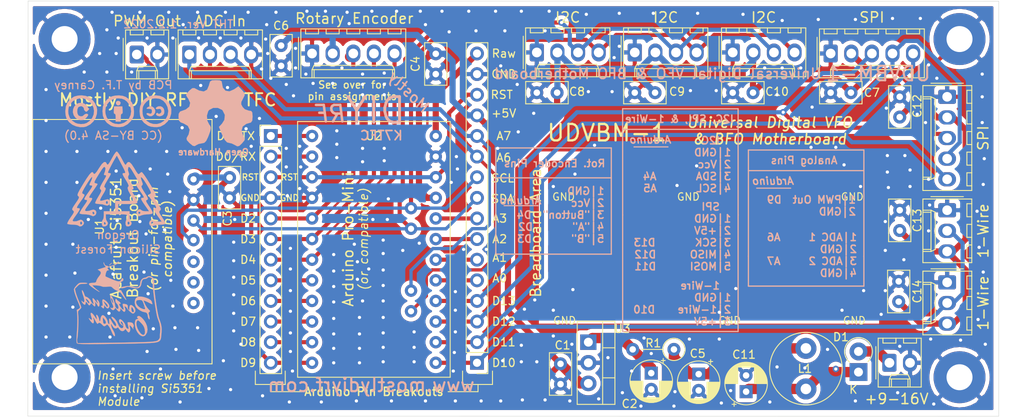
<source format=kicad_pcb>
(kicad_pcb (version 20211014) (generator pcbnew)
  (layers (0 "F.Cu" signal) (31 "B.Cu" signal) (34 "B.Paste" user) (35 "F.Paste" user) (36 "B.SilkS" user "B.Silkscreen") (37 "F.SilkS" user "F.Silkscreen") (38 "B.Mask" user) (39 "F.Mask" user) (44 "Edge.Cuts" user))
  (net 0 "")
  (net 1 "+5V")
  (net 2 "GND")
  (net 3 "Net-(C2-Pad1)")
  (net 4 "Net-(D1-Pad2)")
  (net 5 "/D1")
  (net 6 "/D0")
  (net 7 "/RST")
  (net 8 "/D2")
  (net 9 "/D3")
  (net 10 "/D4")
  (net 11 "/D5")
  (net 12 "/D6")
  (net 13 "/D7")
  (net 14 "/D8")
  (net 15 "/D9")
  (net 16 "/D14")
  (net 17 "/D15")
  (net 18 "/D16")
  (net 19 "/D17")
  (net 20 "/Raw")
  (net 21 "/SDA")
  (net 22 "/SCL")
  (net 23 "Net-(U1-Pad2)")
  (net 24 "Net-(U1-Pad1)")
  (net 25 "Net-(U1-Pad0)")
  (net 26 "Net-(C5-Pad1)")
  (net 27 "Net-(C11-Pad1)")
  (net 28 "/1wire")
  (net 29 "/MOSI")
  (net 30 "/MISO")
  (net 31 "/SCK")
  (net 32 "/ADC1")
  (net 33 "/ADC2")
  (footprint "Capacitor_THT:CP_Radial_D5.0mm_P2.00mm" (layer "F.Cu") (at 242.163 160.035 -90)
    (fp_text reference "C2")
    (fp_text value "10uF")
  )
  (footprint "Capacitor_THT:C_Disc_D5.0mm_W2.5mm_P2.50mm" (layer "F.Cu") (at 190.22 138.445 90)
    (fp_text reference "C3")
    (fp_text value "0.10")
  )
  (footprint "Capacitor_THT:C_Disc_D5.0mm_W2.5mm_P2.50mm" (layer "F.Cu") (at 215.62 123.205 90)
    (fp_text reference "C4")
    (fp_text value "0.10")
  )
  (footprint "Capacitor_THT:C_Disc_D5.0mm_W2.5mm_P2.50mm" (layer "F.Cu") (at 196.57 122.189 90)
    (fp_text reference "C6")
    (fp_text value "0.10")
  )
  (footprint "Capacitor_THT:C_Disc_D5.0mm_W2.5mm_P2.50mm" (layer "F.Cu") (at 264.261 125.491)
    (fp_text reference "C7")
    (fp_text value "0.10")
  )
  (footprint "Capacitor_THT:C_Disc_D5.0mm_W2.5mm_P2.50mm" (layer "F.Cu") (at 228.066 125.491)
    (fp_text reference "C8")
    (fp_text value "0.10")
  )
  (footprint "Capacitor_THT:C_Disc_D5.0mm_W2.5mm_P2.50mm" (layer "F.Cu") (at 240.131 125.491)
    (fp_text reference "C9")
    (fp_text value "0.10")
  )
  (footprint "Capacitor_THT:C_Disc_D5.0mm_W2.5mm_P2.50mm" (layer "F.Cu") (at 252.196 125.491)
    (fp_text reference "C10")
    (fp_text value "0.10")
  )
  (footprint "Diode_THT:D_DO-41_SOD81_P2.54mm_Vertical_KathodeUp" (layer "F.Cu") (at 267.69 159.908 90)
    (fp_text reference "D1")
    (fp_text value "1N4001")
  )
  (footprint "Connector_Molex:Molex_KK-254_AE-6410-02A_1x02_P2.54mm_Vertical" (layer "F.Cu") (at 271.5 158.765)
    (fp_text reference "J1" hide)
    (fp_text value "12VDC")
  )
  (footprint "Connector_PinHeader_2.54mm:PinHeader_1x16_P2.54mm_Vertical" (layer "F.Cu") (at 220.7 158.765 180)
    (fp_text reference "J3" hide)
    (fp_text value "Arduino Right Breakout")
  )
  (footprint "Connector_Molex:Molex_KK-254_AE-6410-05A_1x05_P2.54mm_Vertical" (layer "F.Cu") (at 200.38 120.665)
    (fp_text reference "Rotary Encoder")
    (fp_text value "Rotary Encoder")
  )
  (footprint "Connector_Molex:Molex_KK-254_AE-6410-04A_1x04_P2.54mm_Vertical" (layer "F.Cu") (at 228.066 120.538)
    (fp_text reference "I2C")
    (fp_text value "I2C Port 1")
  )
  (footprint "Connector_Molex:Molex_KK-254_AE-6410-04A_1x04_P2.54mm_Vertical" (layer "F.Cu") (at 252.196 120.538)
    (fp_text reference "I2C")
    (fp_text value "I2C Port 3")
  )
  (footprint "Connector_Molex:Molex_KK-254_AE-6410-04A_1x04_P2.54mm_Vertical" (layer "F.Cu") (at 240.131 120.538)
    (fp_text reference "I2C")
    (fp_text value "I2C Port 2")
  )
  (footprint "Capacitor_THT:C_Disc_D5.0mm_W2.5mm_P2.50mm" (layer "F.Cu") (at 230.987 158.892 -90)
    (fp_text reference "C1")
    (fp_text value "0.10")
  )
  (footprint "Connector_PinHeader_2.54mm:PinHeader_1x12_P2.54mm_Vertical" (layer "F.Cu") (at 195.3 130.825)
    (fp_text reference "J2" hide)
    (fp_text value "Arduino Left Breakout")
  )
  (footprint "bitx40:Si5351A_Adafruit" (layer "F.Cu") (at 177.52 143.779 90)
    (fp_text reference "U1")
    (fp_text value "Si5351A_Adafruit")
  )
  (footprint "Package_TO_SOT_THT:TO-220-3_Vertical" (layer "F.Cu") (at 234.416 156.225 -90)
    (fp_text reference "U3")
    (fp_text value "LM7805")
  )
  (footprint "bitx40:Arduino_Pro_Mini" (layer "F.Cu") (at 208 146.065)
    (fp_text reference "U2")
    (fp_text value "ArduinoPro_Mini")
  )
  (footprint "Graphics:silicon-forest_12mm" (layer "F.Cu") (at 176.25 138.699)
    (fp_text reference "G***" hide)
    (fp_text value "LOGO" hide)
  )
  (footprint "Capacitor_THT:CP_Radial_D5.0mm_P2.00mm" (layer "F.Cu") (at 248.005 160.162 -90)
    (fp_text reference "C5")
    (fp_text value "220uF")
  )
  (footprint "Capacitor_THT:C_Disc_D5.0mm_W2.5mm_P2.50mm" (layer "F.Cu") (at 272.77 125.999 -90)
    (fp_text reference "C12")
    (fp_text value "0.10")
  )
  (footprint "MountingHole:MountingHole_3.2mm_M3_Pad" (layer "F.Cu") (at 280.136 160.543)
    (fp_text reference "H1" hide)
    (fp_text value "Mounting_Hole_4-40")
  )
  (footprint "MountingHole:MountingHole_3.2mm_M3_Pad" (layer "F.Cu") (at 169.9 118.887)
    (fp_text reference "H2" hide)
    (fp_text value "Mounting_Hole_4-40")
  )
  (footprint "MountingHole:MountingHole_3.2mm_M3_Pad" (layer "F.Cu") (at 169.9 160.543)
    (fp_text reference "H3" hide)
    (fp_text value "Mounting_Hole_4-40")
  )
  (footprint "MountingHole:MountingHole_3.2mm_M3_Pad" (layer "F.Cu") (at 280.136 118.887)
    (fp_text reference "H4" hide)
    (fp_text value "Mounting_Hole_4-40")
  )
  (footprint "Connector_Molex:Molex_KK-254_AE-6410-03A_1x03_P2.54mm_Vertical" (layer "F.Cu") (at 278.612 139.969 -90)
    (fp_text reference "1-Wire")
    (fp_text value "One-Wire Port 1")
  )
  (footprint "Connector_Molex:Molex_KK-254_AE-6410-02A_1x02_P2.54mm_Vertical" (layer "F.Cu") (at 178.79 120.792)
    (fp_text reference "PWM Out")
    (fp_text value "PWM Out")
  )
  (footprint "Connector_Molex:Molex_KK-254_AE-6410-05A_1x05_P2.54mm_Vertical" (layer "F.Cu") (at 264.261 120.665)
    (fp_text reference "SPI")
    (fp_text value "SPI Port 1")
  )
  (footprint "Connector_Molex:Molex_KK-254_AE-6410-03A_1x03_P2.54mm_Vertical" (layer "F.Cu") (at 278.612 148.859 -90)
    (fp_text reference "1-Wire")
    (fp_text value "One-Wire Port 2")
  )
  (footprint "Connector_Molex:Molex_KK-254_AE-6410-05A_1x05_P2.54mm_Vertical" (layer "F.Cu") (at 278.612 125.999 -90)
    (fp_text reference "SPI")
    (fp_text value "SPI Port 2")
  )
  (footprint "Inductor_THT:L_Radial_D8.7mm_P5.00mm_Fastron_07HCP" (layer "F.Cu") (at 261.213 156.987 -90)
    (fp_text reference "L1")
    (fp_text value "1.0mH")
  )
  (footprint "Resistor_THT:R_Axial_DIN0207_L6.3mm_D2.5mm_P5.08mm_Vertical" (layer "F.Cu") (at 244.957 157.114 180)
    (fp_text reference "R1")
    (fp_text value "10")
  )
  (footprint "Capacitor_THT:CP_Radial_D5.0mm_P2.00mm" (layer "F.Cu") (at 253.847 162.321 90)
    (fp_text reference "C11")
    (fp_text value "220uF")
  )
  (footprint "Capacitor_THT:C_Disc_D5.0mm_W2.5mm_P2.50mm" (layer "F.Cu") (at 272.77 139.969 -90)
    (fp_text reference "C13")
    (fp_text value "0.10")
  )
  (footprint "Capacitor_THT:C_Disc_D5.0mm_W2.5mm_P2.50mm" (layer "F.Cu") (at 272.643 148.732 -90)
    (fp_text reference "C14")
    (fp_text value "0.10")
  )
  (footprint "Connector_Molex:Molex_KK-254_AE-6410-04A_1x04_P2.54mm_Vertical" (layer "F.Cu") (at 185.267 120.792)
    (fp_text reference "ADC In")
    (fp_text value "ADC Inputs")
  )
  (footprint "K7TFC:Isolation_Pad_0.15_Square" (layer "F.Cu") (at 231.368 135.778)
    (fp_text reference "REF**" hide)
    (fp_text value "Isolation_Pad_0.15_Square" hide)
  )
  (footprint "K7TFC:Isolation_Pad_0.15_Square" (layer "F.Cu") (at 236.448 135.778)
    (fp_text reference "REF**" hide)
    (fp_text value "Isolation_Pad_0.15_Square" hide)
  )
  (footprint "K7TFC:Isolation_Pad_0.15_Square" (layer "F.Cu") (at 241.528 135.778)
    (fp_text reference "REF**" hide)
    (fp_text value "Isolation_Pad_0.15_Square" hide)
  )
  (footprint "K7TFC:Isolation_Pad_0.15_Square" (layer "F.Cu") (at 261.848 135.778)
    (fp_text reference "REF**" hide)
    (fp_text value "Isolation_Pad_0.15_Square" hide)
  )
  (footprint "K7TFC:Isolation_Pad_0.15_Square" (layer "F.Cu") (at 266.928 135.778)
    (fp_text reference "REF**" hide)
    (fp_text value "Isolation_Pad_0.15_Square" hide)
  )
  (footprint "K7TFC:Isolation_Pad_0.15_Square" (layer "F.Cu") (at 231.368 140.858)
    (fp_text reference "REF**" hide)
    (fp_text value "Isolation_Pad_0.15_Square" hide)
  )
  (footprint "K7TFC:Isolation_Pad_0.15_Square" (layer "F.Cu") (at 236.448 140.858)
    (fp_text reference "REF**" hide)
    (fp_text value "Isolation_Pad_0.15_Square" hide)
  )
  (footprint "K7TFC:Isolation_Pad_0.15_Square" (layer "F.Cu") (at 241.528 140.858)
    (fp_text reference "REF**" hide)
    (fp_text value "Isolation_Pad_0.15_Square" hide)
  )
  (footprint "K7TFC:Isolation_Pad_0.15_Square" (layer "F.Cu") (at 261.848 140.858)
    (fp_text reference "REF**" hide)
    (fp_text value "Isolation_Pad_0.15_Square" hide)
  )
  (footprint "K7TFC:Isolation_Pad_0.15_Square" (layer "F.Cu") (at 266.928 140.858)
    (fp_text reference "REF**" hide)
    (fp_text value "Isolation_Pad_0.15_Square" hide)
  )
  (footprint "K7TFC:Isolation_Pad_0.15_Square" (layer "F.Cu") (at 231.368 145.938)
    (fp_text reference "REF**" hide)
    (fp_text value "Isolation_Pad_0.15_Square" hide)
  )
  (footprint "K7TFC:Isolation_Pad_0.15_Square" (layer "F.Cu") (at 236.448 145.938)
    (fp_text reference "REF**" hide)
    (fp_text value "Isolation_Pad_0.15_Square" hide)
  )
  (footprint "K7TFC:Isolation_Pad_0.15_Square" (layer "F.Cu") (at 241.528 145.938)
    (fp_text reference "REF**" hide)
    (fp_text value "Isolation_Pad_0.15_Square" hide)
  )
  (footprint "K7TFC:Isolation_Pad_0.15_Square" (layer "F.Cu") (at 246.608 145.938)
    (fp_text reference "REF**" hide)
    (fp_text value "Isolation_Pad_0.15_Square" hide)
  )
  (footprint "K7TFC:Isolation_Pad_0.15_Square" (layer "F.Cu") (at 251.688 145.938)
    (fp_text reference "REF**" hide)
    (fp_text value "Isolation_Pad_0.15_Square" hide)
  )
  (footprint "K7TFC:Isolation_Pad_0.15_Square" (layer "F.Cu") (at 256.768 145.938)
    (fp_text reference "REF**" hide)
    (fp_text value "Isolation_Pad_0.15_Square" hide)
  )
  (footprint "K7TFC:Isolation_Pad_0.15_Square" (layer "F.Cu") (at 261.848 145.938)
    (fp_text reference "REF**" hide)
    (fp_text value "Isolation_Pad_0.15_Square" hide)
  )
  (footprint "K7TFC:Isolation_Pad_0.15_Square" (layer "F.Cu") (at 266.928 145.938)
    (fp_text reference "REF**" hide)
    (fp_text value "Isolation_Pad_0.15_Square" hide)
  )
  (footprint "K7TFC:Isolation_Pad_0.15_Square" (layer "F.Cu") (at 231.368 151.018)
    (fp_text reference "REF**" hide)
    (fp_text value "Isolation_Pad_0.15_Square" hide)
  )
  (footprint "K7TFC:Isolation_Pad_0.15_Square" (layer "F.Cu") (at 236.448 151.018)
    (fp_text reference "REF**" hide)
    (fp_text value "Isolation_Pad_0.15_Square" hide)
  )
  (footprint "K7TFC:Isolation_Pad_0.15_Square" (layer "F.Cu") (at 241.528 151.018)
    (fp_text reference "REF**" hide)
    (fp_text value "Isolation_Pad_0.15_Square" hide)
  )
  (footprint "K7TFC:Isolation_Pad_0.15_Square" (layer "F.Cu") (at 246.608 151.018)
    (fp_text reference "REF**" hide)
    (fp_text value "Isolation_Pad_0.15_Square" hide)
  )
  (footprint "K7TFC:Isolation_Pad_0.15_Square" (layer "F.Cu") (at 251.688 151.018)
    (fp_text reference "REF**" hide)
    (fp_text value "Isolation_Pad_0.15_Square" hide)
  )
  (footprint "K7TFC:Isolation_Pad_0.15_Square" (layer "F.Cu") (at 256.768 151.018)
    (fp_text reference "REF**" hide)
    (fp_text value "Isolation_Pad_0.15_Square" hide)
  )
  (footprint "K7TFC:Isolation_Pad_0.15_Square" (layer "F.Cu") (at 261.848 151.018)
    (fp_text reference "REF**" hide)
    (fp_text value "Isolation_Pad_0.15_Square" hide)
  )
  (footprint "K7TFC:Isolation_Pad_0.15_Square" (layer "F.Cu") (at 266.928 151.018)
    (fp_text reference "REF**" hide)
    (fp_text value "Isolation_Pad_0.15_Square" hide)
  )
  (footprint "K7TFC:Isolation_Pad_0.15_Square" (layer "F.Cu") (at 246.608 135.778)
    (fp_text reference "REF**" hide)
    (fp_text value "Isolation_Pad_0.15_Square" hide)
  )
  (footprint "K7TFC:Isolation_Pad_0.15_Square" (layer "F.Cu") (at 256.768 140.858)
    (fp_text reference "REF**" hide)
    (fp_text value "Isolation_Pad_0.15_Square" hide)
  )
  (footprint "K7TFC:Isolation_Pad_0.15_Square" (layer "F.Cu") (at 256.768 135.778)
    (fp_text reference "REF**" hide)
    (fp_text value "Isolation_Pad_0.15_Square" hide)
  )
  (footprint "K7TFC:Isolation_Pad_0.15_Square" (layer "F.Cu") (at 251.688 140.858)
    (fp_text reference "REF**" hide)
    (fp_text value "Isolation_Pad_0.15_Square" hide)
  )
  (footprint "K7TFC:Isolation_Pad_0.15_Square" (layer "F.Cu") (at 246.608 140.858)
    (fp_text reference "REF**" hide)
    (fp_text value "Isolation_Pad_0.15_Square" hide)
  )
  (footprint "K7TFC:Isolation_Pad_0.15_Square" (layer "F.Cu") (at 251.688 135.778)
    (fp_text reference "REF**" hide)
    (fp_text value "Isolation_Pad_0.15_Square" hide)
  )
  (footprint "Graphics:open-hardware_9.5mm" (layer "F.Cu") (at 188.315 128.285)
    (fp_text reference "G***" hide)
    (fp_text value "LOGO" hide)
  )
  (footprint "Graphics:portland_logo_11mm" (layer "B.Cu") (at 176.504 151.399 180)
    (fp_text reference "G***" hide)
    (fp_text value "LOGO" hide)
  )
  (footprint "Graphics:cc_logo_4mm" (layer "B.Cu") (at 181.076 127.777 180)
    (fp_text reference "G***" hide)
    (fp_text value "LOGO" hide)
  )
  (footprint "Graphics:cc_by_4mm" (layer "B.Cu") (at 176.504 127.777 180)
    (fp_text reference "G***" hide)
    (fp_text value "LOGO" hide)
  )
  (footprint "Graphics:cc_share-alike_4mm" (layer "B.Cu") (at 171.932 127.777 180)
    (fp_text reference "G***" hide)
    (fp_text value "LOGO" hide)
  )
  (gr_line (start 223.017 132.299) (end 223.017 145.38) (layer "B.SilkS") (width 0.1524))
  (gr_line (start 237.241 132.299) (end 237.241 145.38) (layer "B.SilkS") (width 0.1524))
  (gr_line (start 254.132 132.553) (end 254.132 145.634) (layer "B.SilkS") (width 0.1524))
  (gr_line (start 259.339 137.252) (end 255.148 137.252) (layer "B.SilkS") (width 0.1397))
  (gr_line (start 268.356 132.553) (end 268.356 145.634) (layer "B.SilkS") (width 0.1524))
  (gr_line (start 268.356 135.093) (end 254.132 135.093) (layer "B.SilkS") (width 0.1524))
  (gr_line (start 254.132 132.553) (end 268.356 132.553) (layer "B.SilkS") (width 0.1524))
  (gr_line (start 252.862 154.905) (end 238.638 154.905) (layer "B.SilkS") (width 0.1524))
  (gr_line (start 252.862 127.473) (end 252.862 140.554) (layer "B.SilkS") (width 0.1524))
  (gr_line (start 238.638 127.473) (end 252.862 127.473) (layer "B.SilkS") (width 0.1524))
  (gr_line (start 252.862 130.013) (end 238.638 130.013) (layer "B.SilkS") (width 0.1524))
  (gr_line (start 238.638 127.473) (end 238.638 140.554) (layer "B.SilkS") (width 0.1524))
  (gr_line (start 244.226 132.172) (end 240.035 132.172) (layer "B.SilkS") (width 0.1397))
  (gr_line (start 238.638 154.778) (end 238.638 154.905) (layer "B.SilkS") (width 0.12))
  (gr_line (start 268.356 149.317) (end 254.132 149.317) (layer "B.SilkS") (width 0.1524))
  (gr_line (start 268.356 145.634) (end 268.356 149.317) (layer "B.SilkS") (width 0.1524))
  (gr_line (start 254.132 145.634) (end 254.132 149.317) (layer "B.SilkS") (width 0.1524))
  (gr_line (start 238.638 140.554) (end 238.638 154.905) (layer "B.SilkS") (width 0.1524))
  (gr_line (start 252.862 140.554) (end 252.862 154.905) (layer "B.SilkS") (width 0.1524))
  (gr_line (start 228.224 139.411) (end 224.033 139.411) (layer "B.SilkS") (width 0.1397))
  (gr_line (start 237.241 145.38) (end 223.017 145.38) (layer "B.SilkS") (width 0.1524))
  (gr_line (start 237.241 135.982) (end 223.017 135.982) (layer "B.SilkS") (width 0.1524))
  (gr_line (start 238.638 154.905) (end 238.638 154.778) (layer "B.SilkS") (width 0.12))
  (gr_line (start 223.017 132.299) (end 237.241 132.299) (layer "B.SilkS") (width 0.1524))
  (gr_line (start 198.602 160.543) (end 198.602 129.047) (layer "F.SilkS") (width 0.12))
  (gr_line (start 195.3 162.321) (end 195.3 161.432) (layer "F.SilkS") (width 0.12))
  (gr_line (start 193.395 161.432) (end 197.078 161.432) (layer "F.SilkS") (width 0.12))
  (gr_line (start 197.078 161.432) (end 197.078 159.781) (layer "F.SilkS") (width 0.12))
  (gr_line (start 193.395 159.781) (end 193.395 161.432) (layer "F.SilkS") (width 0.12))
  (gr_line (start 165.963 128.793) (end 188.061 128.793) (layer "F.SilkS") (width 0.12))
  (gr_line (start 188.061 158.892) (end 165.963 158.892) (layer "F.SilkS") (width 0.12))
  (gr_line (start 218.922 159.781) (end 218.922 161.432) (layer "F.SilkS") (width 0.12))
  (gr_line (start 198.602 129.047) (end 217.398 129.047) (layer "F.SilkS") (width 0.12))
  (gr_line (start 217.398 129.047) (end 217.398 160.543) (layer "F.SilkS") (width 0.12))
  (gr_line (start 195.3 162.321) (end 198.983 162.321) (layer "F.SilkS") (width 0.12))
  (gr_line (start 165.963 158.892) (end 165.963 128.793) (layer "F.SilkS") (width 0.12))
  (gr_line (start 218.922 161.432) (end 222.605 161.432) (layer "F.SilkS") (width 0.12))
  (gr_line (start 217.144 162.321) (end 220.827 162.321) (layer "F.SilkS") (width 0.12))
  (gr_line (start 217.398 160.543) (end 198.602 160.543) (layer "F.SilkS") (width 0.12))
  (gr_line (start 188.061 128.793) (end 188.061 158.892) (layer "F.SilkS") (width 0.12))
  (gr_line (start 220.827 162.321) (end 220.827 161.432) (layer "F.SilkS") (width 0.12))
  (gr_line (start 222.605 161.432) (end 222.605 159.781) (layer "F.SilkS") (width 0.12))
  (gr_line (start 165.4 114.2) (end 284.975 114.225) (layer "Edge.Cuts") (width 0.05))
  (gr_line (start 165.375 165.325) (end 165.4 114.2) (layer "Edge.Cuts") (width 0.05))
  (gr_line (start 284.975 114.225) (end 284.975 165.35) (layer "Edge.Cuts") (width 0.05))
  (gr_line (start 284.975 165.35) (end 165.375 165.325) (layer "Edge.Cuts") (width 0.05))
  (gr_text "Arduino" (at 257.18 136.363) (layer "B.SilkS") (effects (font (size 0.9144 0.9144) (thickness 0.1778) italic) (justify mirror)))
  (gr_text "Analog Pins" (at 260.99 133.823) (layer "B.SilkS") (effects (font (size 0.9144 0.9144) (thickness 0.1778)) (justify mirror)))
  (gr_text "1|ADC 1     A6\n2|GND\n3|ADC 2     A7\n4|GND" (at 267.594 145.507) (layer "B.SilkS") (effects (font (size 0.9144 0.9144) (thickness 0.1778)) (justify left mirror)))
  (gr_text "Arduino" (at 242.067 131.283) (layer "B.SilkS") (effects (font (size 0.9144 0.9144) (thickness 0.1778) italic) (justify mirror)))
  (gr_text "  I2C\n1|GND\n2|Vcc\n3|SDA       A4\n4|SCL       A5" (at 252.1 134.331) (layer "B.SilkS") (effects (font (size 0.9144 0.9144) (thickness 0.1778)) (justify left mirror)))
  (gr_text "I2C, SPI, & 1-Wire" (at 245.623 128.743) (layer "B.SilkS") (effects (font (size 0.9144 0.9144) (thickness 0.1778)) (justify mirror)))
  (gr_text "  1-Wire\n1|GND\n2|1-Wire    D10\n3|+5V" (at 252.1 151.476) (layer "B.SilkS") (effects (font (size 0.9144 0.9144) (thickness 0.1778)) (justify left mirror)))
  (gr_text "1|PWM Out  D9\n2|GND" (at 267.467 139.411) (layer "B.SilkS") (effects (font (size 0.9144 0.9144) (thickness 0.1778)) (justify left mirror)))
  (gr_text "Universal Digital VFO & BFO Motherboard" (at 242.956 123.155) (layer "B.SilkS") (effects (font (size 1.27 1.27) (thickness 0.2032)) (justify mirror)))
  (gr_text "(CC BY-SA 4.0)" (at 175.9 130.775) (layer "B.SilkS") (effects (font (size 1 1)) (justify mirror)))
  (gr_text "K7TFC" (at 208.92 130.775) (layer "B.SilkS") (effects (font (size 1.143 1.143) (thickness 0.2032)) (justify mirror)))
  (gr_text "Arduino" (at 226.065 138.776) (layer "B.SilkS") (effects (font (size 0.9144 0.9144) (thickness 0.1778) italic) (justify mirror)))
  (gr_text "RF" (at 202.697 128.108) (layer "B.SilkS") (effects (font (size 2.032 2.032) (thickness 0.3048) italic) (justify mirror)))
  (gr_text "Open Hardware" (at 188.219 132.807) (layer "B.SilkS") (effects (font (size 0.762 0.762) (thickness 0.1778)) (justify mirror)))
  (gr_text "1|GND\n2|Vcc\n3|\"Button\"  D4\n4|\"A\"       D2\n5|\"B\"       D3" (at 236.479 140.554) (layer "B.SilkS") (effects (font (size 0.9144 0.9144) (thickness 0.1778)) (justify left mirror)))
  (gr_text "PCB by T.F. Carney" (at 175.9 124.552) (layer "B.SilkS") (effects (font (size 1 1)) (justify mirror)))
  (gr_text "Mostly" (at 212.349 125.441 -45) (layer "B.SilkS") (effects (font (size 1.3208 1.3208) (thickness 0.2032) italic) (justify mirror)))
  (gr_text "  SPI\n1|GND\n2|+5V\n3|SCK       D13\n4|MISO      D12\n5|MOSI      D11" (at 252.1 143.221) (layer "B.SilkS") (effects (font (size 0.9144 0.9144) (thickness 0.1778)) (justify left mirror)))
  (gr_text "DIY" (at 208.2088 127.7016) (layer "B.SilkS") (effects (font (size 3.175 3.175) (thickness 0.3556)) (justify mirror)))
  (gr_text "UDVBM-1" (at 270.134 123.155) (layer "B.SilkS") (effects (font (size 1.778 1.778) (thickness 0.254)) (justify mirror)))
  (gr_text "THT Ver. 1.2.2022" (at 183.901 117.059) (layer "B.SilkS") (effects (font (size 1 1)) (justify mirror)))
  (gr_text "www.mostlydiyrf.com" (at 207.65 161.509) (layer "B.SilkS") (effects (font (size 1.651 1.651) (thickness 0.254)) (justify mirror)))
  (gr_text "Rot. Encoder Pins" (at 230.256 134.204) (layer "B.SilkS") (effects (font (size 0.9144 0.9144) (thickness 0.1778)) (justify mirror)))
  (gr_text "D8" (at 192.506 156.225) (layer "F.SilkS") (effects (font (size 1 1))))
  (gr_text "D7" (at 192.506 153.685) (layer "F.SilkS") (effects (font (size 1 1))))
  (gr_text "D6" (at 192.506 151.145) (layer "F.SilkS") (effects (font (size 1 1))))
  (gr_text "D5" (at 192.506 148.605) (layer "F.SilkS") (effects (font (size 1 1))))
  (gr_text "D4" (at 192.506 146.065) (layer "F.SilkS") (effects (font (size 1 1))))
  (gr_text "D3" (at 192.506 143.525) (layer "F.SilkS") (effects (font (size 1 1))))
  (gr_text "D2" (at 192.506 140.985) (layer "F.SilkS") (effects (font (size 1 1))))
  (gr_text "D0/RX" (at 190.982 133.365) (layer "F.SilkS") (effects (font (size 1 1))))
  (gr_text "D1/TX" (at 190.982 130.825) (layer "F.SilkS") (effects (font (size 1 1))))
  (gr_text "D10" (at 224.002 158.765) (layer "F.SilkS") (effects (font (size 1 1))))
  (gr_text "D11" (at 224.002 156.225) (layer "F.SilkS") (effects (font (size 1 1))))
  (gr_text "D12" (at 224.002 153.685) (layer "F.SilkS") (effects (font (size 1 1))))
  (gr_text "D13" (at 224.002 151.145) (layer "F.SilkS") (effects (font (size 1 1))))
  (gr_text "A1" (at 223.494 145.811) (layer "F.SilkS") (effects (font (size 1 1))))
  (gr_text "A2" (at 223.494 143.525) (layer "F.SilkS") (effects (font (size 1 1))))
  (gr_text "A3" (at 223.494 140.985) (layer "F.SilkS") (effects (font (size 1 1))))
  (gr_text "RST" (at 192.76 135.905) (layer "F.SilkS") (effects (font (size 0.762 0.762) (thickness 0.1397))))
  (gr_text "GND" (at 192.76 138.445) (layer "F.SilkS") (effects (font (size 0.762 0.762) (thickness 0.1397))))
  (gr_text "A7" (at 224.002 130.825) (layer "F.SilkS") (effects (font (size 1 1))))
  (gr_text "Universal Digital VFO\n& BFO Motherboard" (at 256.768 130.19) (layer "F.SilkS") (effects (font (size 1.27 1.27) (thickness 0.2032) italic)))
  (gr_text "GND" (at 267.182 153.558) (layer "F.SilkS") (effects (font (size 0.9144 0.9144) (thickness 0.127))))
  (gr_text "GND" (at 231.495 153.558) (layer "F.SilkS") (effects (font (size 0.9144 0.9144) (thickness 0.127))))
  (gr_text "GND" (at 231.368 138.318) (layer "F.SilkS") (effects (font (size 0.9144 0.9144) (thickness 0.127))))
  (gr_text "GND" (at 266.928 138.318) (layer "F.SilkS") (effects (font (size 0.9144 0.9144) (thickness 0.127))))
  (gr_text "GND" (at 246.735 138.318) (layer "F.SilkS") (effects (font (size 0.9144 0.9144) (thickness 0.127))))
  (gr_text "UDVBM-1" (at 236.702 130.444) (layer "F.SilkS") (effects (font (size 2.032 2.032) (thickness 0.2794))))
  (gr_text "See over for\npin assignments" (at 205.333 125.237) (layer "F.SilkS") (effects (font (size 0.889 0.889))))
  (gr_text "Breadboard Area" (at 227.939 142.763 90) (layer "F.SilkS") (effects (font (size 1.27 1.27) (thickness 0.1778))))
  (gr_text "Arduino Pro-Mini" (at 204.825 143.525 90) (layer "F.SilkS") (effects (font (size 1.27 1.27) (thickness 0.1778))))
  (gr_text "Arduino Pin Breakouts" (at 208 162.321) (layer "F.SilkS") (effects (font (size 1.016 1.016) (thickness 0.1778))))
  (gr_text "GND" (at 224.002 123.205) (layer "F.SilkS") (effects (font (size 1 1))))
  (gr_text "Insert screw before\ninstalling Si5351\nModule" (at 173.837 161.94) (layer "F.SilkS") (effects (font (size 1 1) (thickness 0.15) italic) (justify left)))
  (gr_text "GND" (at 197.586 138.445) (layer "F.SilkS") (effects (font (size 0.762 0.762) (thickness 0.1397))))
  (gr_text "A6" (at 224.002 133.492) (layer "F.SilkS") (effects (font (size 1 1))))
  (gr_text "Raw" (at 224.002 120.665) (layer "F.SilkS") (effects (font (size 1 1))))
  (gr_text "RST" (at 223.748 125.745) (layer "F.SilkS") (effects (font (size 1 1))))
  (gr_text "Adafruit Si5351\nBreakout Board" (at 177.266 143.398 90) (layer "F.SilkS") (effects (font (size 1.27 1.27) (thickness 0.1778))))
  (gr_text "(or pin-for-pin\ncompatible)" (at 181.711 143.525 90) (layer "F.SilkS") (effects (font (size 1.0668 1.0668) (thickness 0.1651) italic)))
  (gr_text "SDA" (at 223.875 138.572) (layer "F.SilkS") (effects (font (size 1 1))))
  (gr_text "+9-16V" (at 272.389 163.21) (layer "F.SilkS") (effects (font (size 1.27 1.27) (thickness 0.1778))))
  (gr_text "Mostly DIY RF / K7TFC" (at 182.6 126.38) (layer "F.SilkS") (effects (font (size 1.524 1.524) (thickness 0.2286))))
  (gr_text "RST" (at 197.586 135.905) (layer "F.SilkS") (effects (font (size 0.762 0.762) (thickness 0.1397))))
  (gr_text "SCL" (at 223.875 136.032) (layer "F.SilkS") (effects (font (size 1 1))))
  (gr_text "D9" (at 192.506 158.765) (layer "F.SilkS") (effects (font (size 1 1))))
  (gr_text "+5V" (at 224.002 128.031) (layer "F.SilkS") (effects (font (size 1 1))))
  (gr_text "A0" (at 223.494 148.351) (layer "F.SilkS") (effects (font (size 1 1))))
  (gr_text "GND" (at 251.815 153.558) (layer "F.SilkS") (effects (font (size 0.9144 0.9144) (thickness 0.127))))
  (gr_text "(or compatible)" (at 206.73 143.525 90) (layer "F.SilkS") (effects (font (size 1.0668 1.0668) (thickness 0.1397) italic)))
  (segment (start 254.696 125.491) (end 254.696 120.578) (width 0.762) (layer "F.Cu") (net 1))
  (segment (start 280.898 152.415) (end 279.374 153.939) (width 0.762) (layer "F.Cu") (net 1))
  (segment (start 280.898 143.525) (end 279.374 145.049) (width 0.762) (layer "F.Cu") (net 1))
  (segment (start 279.374 153.939) (end 278.612 153.939) (width 0.762) (layer "F.Cu") (net 1))
  (segment (start 278.612 145.049) (end 275.35 145.049) (width 0.762) (layer "F.Cu") (net 1))
  (segment (start 188.315 155.082) (end 188.315 137.85) (width 0.762) (layer "F.Cu") (net 1))
  (segment (start 225.653 133.238) (end 220.7 128.285) (width 0.762) (layer "F.Cu") (net 1))
  (segment (start 224.51 134.381) (end 225.653 133.238) (width 0.762) (layer "F.Cu") (net 1))
  (segment (start 279.374 145.049) (end 278.612 145.049) (width 0.762) (layer "F.Cu") (net 1))
  (segment (start 266.761 125.491) (end 268.96 123.292) (width 0.762) (layer "F.Cu") (net 1))
  (segment (start 230.987 158.892) (end 233.4 161.305) (width 1.27) (layer "F.Cu") (net 1))
  (segment (start 266.801 120.665) (end 268.96 122.824) (width 0.762) (layer "F.Cu") (net 1))
  (segment (start 224.51 152.415) (end 224.51 134.381) (width 0.762) (layer "F.Cu") (net 1))
  (segment (start 274.894941 126.374059) (end 275.188941 126.374059) (width 0.762) (layer "F.Cu") (net 1))
  (segment (start 278.612 145.049) (end 280.898 147.335) (width 0.762) (layer "F.Cu") (net 1))
  (segment (start 213.549999 137.452629) (end 214.54237 138.445) (width 0.762) (layer "F.Cu") (net 1))
  (segment (start 272.77 128.499) (end 274.894941 126.374059) (width 0.762) (layer "F.Cu") (net 1))
  (segment (start 272.81 128.539) (end 272.77 128.499) (width 0.762) (layer "F.Cu") (net 1))
  (segment (start 268.96 122.824) (end 272.516 122.824) (width 0.762) (layer "F.Cu") (net 1))
  (segment (start 256.347 123.84) (end 254.696 125.491) (width 0.762) (layer "F.Cu") (net 1))
  (segment (start 230.566 128.325) (end 225.653 133.238) (width 0.762) (layer "F.Cu") (net 1))
  (segment (start 233.4 161.305) (end 234.416 161.305) (width 1.27) (layer "F.Cu") (net 1))
  (segment (start 194.284 161.051) (end 188.315 155.082) (width 0.762) (layer "F.Cu") (net 1))
  (segment (start 215.62 120.705) (end 215.056398 120.705) (width 1.27) (layer "F.Cu") (net 1))
  (segment (start 265.11 123.84) (end 256.347 123.84) (width 0.762) (layer "F.Cu") (net 1))
  (segment (start 254.696 120.578) (end 254.736 120.538) (width 0.762) (layer "F.Cu") (net 1))
  (segment (start 228.828 161.051) (end 194.284 161.051) (width 0.762) (layer "F.Cu") (net 1))
  (segment (start 275.188941 126.374059) (end 277.353882 128.539) (width 0.762) (layer "F.Cu") (net 1))
  (segment (start 275.35 153.939) (end 272.643 151.232) (width 0.762) (layer "F.Cu") (net 1))
  (segment (start 280.898 147.335) (end 280.898 152.415) (width 0.762) (layer "F.Cu") (net 1))
  (segment (start 278.612 153.939) (end 275.35 153.939) (width 0.762) (layer "F.Cu") (net 1))
  (segment (start 266.761 125.491) (end 265.11 123.84) (width 0.762) (layer "F.Cu") (net 1))
  (segment (start 277.353882 128.539) (end 278.612 128.539) (width 0.762) (layer "F.Cu") (net 1))
  (segment (start 280.898 130.063) (end 280.898 143.525) (width 0.762) (layer "F.Cu") (net 1))
  (segment (start 268.96 123.292) (end 268.96 122.824) (width 0.762) (layer "F.Cu") (net 1))
  (segment (start 230.987 158.892) (end 224.51 152.415) (width 0.762) (layer "F.Cu") (net 1))
  (segment (start 275.35 145.049) (end 272.77 142.469) (width 0.762) (layer "F.Cu") (net 1))
  (segment (start 278.612 128.539) (end 279.374 128.539) (width 0.762) (layer "F.Cu") (net 1))
  (segment (start 230.566 125.491) (end 230.566 128.325) (width 0.762) (layer "F.Cu") (net 1))
  (segment (start 230.987 158.892) (end 228.828 161.051) (width 0.762) (layer "F.Cu") (net 1))
  (segment (start 213.549999 122.211399) (end 213.549999 137.452629) (width 0.762) (layer "F.Cu") (net 1))
  (segment (start 275.188941 125.496941) (end 275.188941 126.374059) (width 0.762) (layer "F.Cu") (net 1))
  (segment (start 188.315 137.85) (end 190.22 135.945) (width 0.762) (layer "F.Cu") (net 1))
  (segment (start 215.056398 120.705) (end 213.549999 122.211399) (width 0.762) (layer "F.Cu") (net 1))
  (segment (start 272.516 122.824) (end 275.188941 125.496941) (width 0.762) (layer "F.Cu") (net 1))
  (segment (start 279.374 128.539) (end 280.898 130.063) (width 0.762) (layer "F.Cu") (net 1))
  (segment (start 215.62 120.705) (end 215.62 120.665) (width 1.27) (layer "F.Cu") (net 1))
  (segment (start 214.54237 138.445) (end 215.62 138.445) (width 0.762) (layer "F.Cu") (net 1))
  (segment (start 240.744228 122.57) (end 242.671 120.643228) (width 0.762) (layer "B.Cu") (net 1))
  (segment (start 217.690001 121.643631) (end 216.75137 120.705) (width 0.762) (layer "B.Cu") (net 1))
  (segment (start 217.690001 126.477082) (end 217.690001 121.643631) (width 0.762) (layer "B.Cu") (net 1))
  (segment (start 219.497919 128.285) (end 217.690001 126.477082) (width 0.762) (layer "B.Cu") (net 1))
  (segment (start 190.22 135.945) (end 185.989 135.945) (width 0.762) (layer "B.Cu") (net 1))
  (segment (start 242.671 120.538) (end 244.703 122.57) (width 0.762) (layer "B.Cu") (net 1))
  (segment (start 242.671 120.643228) (end 242.671 120.538) (width 0.762) (layer "B.Cu") (net 1))
  (segment (start 202.92 118.506) (end 202.793 118.379) (width 0.762) (layer "B.Cu") (net 1))
  (segment (start 185.989 135.945) (end 185.775 136.159) (width 1.27) (layer "B.Cu") (net 1))
  (segment (start 230.606 120.538) (end 230.606 125.451) (width 0.762) (layer "B.Cu") (net 1))
  (segment (start 197.88 118.379) (end 196.57 119.689) (width 0.762) (layer "B.Cu") (net 1))
  (segment (start 216.75137 120.705) (end 215.62 120.705) (width 0.762) (layer "B.Cu") (net 1))
  (segment (start 213.294 118.379) (end 202.793 118.379) (width 0.762) (layer "B.Cu") (net 1))
  (segment (start 202.92 120.665) (end 202.92 118.506) (width 0.762) (layer "B.Cu") (net 1))
  (segment (start 230.606 125.451) (end 230.566 125.491) (width 0.762) (layer "B.Cu") (net 1))
  (segment (start 232.638 122.57) (end 240.744228 122.57) (width 0.762) (layer "B.Cu") (net 1))
  (segment (start 240.744228 123.604228) (end 240.744228 122.57) (width 0.762) (layer "B.Cu") (net 1))
  (segment (start 230.606 120.538) (end 232.638 122.57) (width 0.762) (layer "B.Cu") (net 1))
  (segment (start 242.631 125.491) (end 240.744228 123.604228) (width 0.762) (layer "B.Cu") (net 1))
  (segment (start 244.703 122.57) (end 253.72 122.57) (width 0.762) (layer "B.Cu") (net 1))
  (segment (start 253.72 122.57) (end 254.736 121.554) (width 0.762) (layer "B.Cu") (net 1))
  (segment (start 220.7 128.285) (end 219.497919 128.285) (width 0.762) (layer "B.Cu") (net 1))
  (segment (start 202.793 118.379) (end 197.88 118.379) (width 0.762) (layer "B.Cu") (net 1))
  (segment (start 215.62 120.705) (end 213.294 118.379) (width 0.762) (layer "B.Cu") (net 1))
  (segment (start 254.736 121.554) (end 254.736 120.538) (width 0.762) (layer "B.Cu") (net 1))
  (segment (start 197.967 138.445) (end 195.3 138.445) (width 0.508) (layer "F.Cu") (net 2))
  (segment (start 200.38 138.445) (end 197.967 138.445) (width 0.508) (layer "F.Cu") (net 2))
  (via (at 197.205 132.349) (size 0.8) (drill 0.4) (layers "F.Cu" "B.Cu") (net 2))
  (via (at 203.047 149.367) (size 0.8) (drill 0.4) (layers "F.Cu" "B.Cu") (net 2))
  (via (at 203.047 145.43) (size 0.8) (drill 0.4) (layers "F.Cu" "B.Cu") (net 2))
  (via (at 203.047 155.209) (size 0.8) (drill 0.4) (layers "F.Cu" "B.Cu") (net 2))
  (via (at 203.047 156.987) (size 0.8) (drill 0.4) (layers "F.Cu" "B.Cu") (net 2))
  (via (at 203.047 147.462) (size 0.8) (drill 0.4) (layers "F.Cu" "B.Cu") (net 2))
  (via (at 203.047 151.272) (size 0.8) (drill 0.4) (layers "F.Cu" "B.Cu") (net 2))
  (via (at 203.047 153.304) (size 0.8) (drill 0.4) (layers "F.Cu" "B.Cu") (net 2))
  (via (at 203.047 158.765) (size 0.8) (drill 0.4) (layers "F.Cu" "B.Cu") (net 2))
  (via (at 167.614 128.92) (size 0.8) (drill 0.4) (layers "F.Cu" "B.Cu") (net 2))
  (via (at 167.614 132.73) (size 0.8) (drill 0.4) (layers "F.Cu" "B.Cu") (net 2))
  (via (at 171.424 132.73) (size 0.8) (drill 0.4) (layers "F.Cu" "B.Cu") (net 2))
  (via (at 175.234 132.73) (size 0.8) (drill 0.4) (layers "F.Cu" "B.Cu") (net 2))
  (via (at 167.614 136.54) (size 0.8) (drill 0.4) (layers "F.Cu" "B.Cu") (net 2))
  (via (at 171.424 136.54) (size 0.8) (drill 0.4) (layers "F.Cu" "B.Cu") (net 2))
  (via (at 176.25 135.143) (size 0.8) (drill 0.4) (layers "F.Cu" "B.Cu") (net 2))
  (via (at 167.614 140.35) (size 0.8) (drill 0.4) (layers "F.Cu" "B.Cu") (net 2))
  (via (at 172.821 141.112) (size 0.8) (drill 0.4) (layers "F.Cu" "B.Cu") (net 2))
  (via (at 174.345 139.715) (size 0.8) (drill 0.4) (layers "F.Cu" "B.Cu") (net 2))
  (via (at 167.614 144.16) (size 0.8) (drill 0.4) (layers "F.Cu" "B.Cu") (net 2))
  (via (at 170.916 144.16) (size 0.8) (drill 0.4) (layers "F.Cu" "B.Cu") (net 2))
  (via (at 176.25 144.541) (size 0.8) (drill 0.4) (layers "F.Cu" "B.Cu") (net 2))
  (via (at 167.614 147.97) (size 0.8) (drill 0.4) (layers "F.Cu" "B.Cu") (net 2))
  (via (at 171.17 147.716) (size 0.8) (drill 0.4) (layers "F.Cu" "B.Cu") (net 2))
  (via (at 175.869 147.843) (size 0.8) (drill 0.4) (layers "F.Cu" "B.Cu") (net 2))
  (via (at 167.614 151.78) (size 0.8) (drill 0.4) (layers "F.Cu" "B.Cu") (net 2))
  (via (at 170.916 151.907) (size 0.8) (drill 0.4) (layers "F.Cu" "B.Cu") (net 2))
  (via (at 175.361 152.669) (size 0.8) (drill 0.4) (layers "F.Cu" "B.Cu") (net 2))
  (via (at 167.614 155.59) (size 0.8) (drill 0.4) (layers "F.Cu" "B.Cu") (net 2))
  (via (at 170.535 155.59) (size 0.8) (drill 0.4) (layers "F.Cu" "B.Cu") (net 2))
  (via (at 175.488 155.59) (size 0.8) (drill 0.4) (layers "F.Cu" "B.Cu") (net 2))
  (via (at 175.869 159.527) (size 0.8) (drill 0.4) (layers "F.Cu" "B.Cu") (net 2))
  (via (at 184.378 129.809) (size 0.8) (drill 0.4) (layers "F.Cu" "B.Cu") (net 2))
  (via (at 178.663 132.73) (size 0.8) (drill 0.4) (layers "F.Cu" "B.Cu") (net 2))
  (via (at 182.473 132.73) (size 0.8) (drill 0.4) (layers "F.Cu" "B.Cu") (net 2))
  (via (at 232.765 135.524) (size 0.8) (drill 0.4) (layers "F.Cu" "B.Cu") (net 2))
  (via (at 198.348 120.03) (size 0.8) (drill 0.4) (layers "F.Cu" "B.Cu") (net 2))
  (via (at 226.161 158.638) (size 0.8) (drill 0.4) (layers "F.Cu" "B.Cu") (net 2))
  (via (at 197.205 124.475) (size 0.8) (drill 0.4) (layers "F.Cu" "B.Cu") (net 2))
  (via (at 262.737 116.474) (size 0.8) (drill 0.4) (layers "F.Cu" "B.Cu") (net 2))
  (via (at 209.143 149.24) (size 0.8) (drill 0.4) (layers "F.Cu" "B.Cu") (net 2))
  (via (at 201.523 163.591) (size 0.8) (drill 0.4) (layers "F.Cu" "B.Cu") (net 2))
  (via (at 258.292 122.443) (size 0.8) (drill 0.4) (layers "F.Cu" "B.Cu") (net 2))
  (via (at 282.93 125.999) (size 0.8) (drill 0.4) (layers "F.Cu" "B.Cu") (net 2))
  (via (at 241.274 155.717) (size 0.8) (drill 0.4) (layers "F.Cu" "B.Cu") (net 2))
  (via (at 182.854 137.683) (size 0.8) (drill 0.4) (layers "F.Cu" "B.Cu") (net 2))
  (via (at 282.295 140.096) (size 0.8) (drill 0.4) (layers "F.Cu" "B.Cu") (net 2))
  (via (at 209.27 132.349) (size 0.8) (drill 0.4) (layers "F.Cu" "B.Cu") (net 2))
  (via (at 192.506 115.585) (size 0.8) (drill 0.4) (layers "F.Cu" "B.Cu") (net 2))
  (via (at 167.614 125.11) (size 0.8) (drill 0.4) (layers "F.Cu" "B.Cu") (net 2))
  (via (at 216.382 115.458) (size 0.8) (drill 0.4) (layers "F.Cu" "B.Cu") (net 2))
  (via (at 236.829 158.13) (size 0.8) (drill 0.4) (layers "F.Cu" "B.Cu") (net 2))
  (via (at 206.603 123.205) (size 0.8) (drill 0.4) (layers "F.Cu" "B.Cu") (net 2))
  (via (at 274.04 135.016) (size 0.8) (drill 0.4) (layers "F.Cu" "B.Cu") (net 2))
  (via (at 273.405 133.238) (size 0.8) (drill 0.4) (layers "F.Cu" "B.Cu") (net 2))
  (via (at 194.157 122.57) (size 0.8) (drill 0.4) (layers "F.Cu" "B.Cu") (net 2))
  (via (at 258.292 116.601) (size 0.8) (drill 0.4) (layers "F.Cu" "B.Cu") (net 2))
  (via (at 210.159 163.464) (size 0.8) (drill 0.4) (layers "F.Cu" "B.Cu") (net 2))
  (via (at 205.587 144.16) (size 0.8) (drill 0.4) (layers "F.Cu" "B.Cu") (net 2))
  (via (at 203.428 133.492) (size 0.8) (drill 0.4) (layers "F.Cu" "B.Cu") (net 2))
  (via (at 271.119 127.396) (size 0.8) (drill 0.4) (layers "F.Cu" "B.Cu") (net 2))
  (via (at 282.93 129.174) (size 0.8) (drill 0.4) (layers "F.Cu" "B.Cu") (net 2))
  (via (at 209.27 123.078) (size 0.8) (drill 0.4) (layers "F.Cu" "B.Cu") (net 2))
  (via (at 257.657 159.273) (size 0.8) (drill 0.4) (layers "F.Cu" "B.Cu") (net 2))
  (via (at 237.337 125.364) (size 0.8) (drill 0.4) (layers "F.Cu" "B.Cu") (net 2))
  (via (at 195.935 115.585) (size 0.8) (drill 0.4) (layers "F.Cu" "B.Cu") (net 2))
  (via (at 283.184 133.619) (size 0.8) (drill 0.4) (layers "F.Cu" "B.Cu") (net 2))
  (via (at 250.164 125.237) (size 0.8) (drill 0.4) (layers "F.Cu" "B.Cu") (net 2))
  (via (at 183.489 154.447) (size 0.8) (drill 0.4) (layers "F.Cu" "B.Cu") (net 2))
  (via (at 230.098 152.288) (size 0.8) (drill 0.4) (layers "F.Cu" "B.Cu") (net 2))
  (via (at 252.577 149.621) (size 0.8) (drill 0.4) (layers "F.Cu" "B.Cu") (net 2))
  (via (at 198.348 122.443) (size 0.8) (drill 0.4) (layers "F.Cu" "B.Cu") (net 2))
  (via (at 229.082 163.337) (size 0.8) (drill 0.4) (layers "F.Cu" "B.Cu") (net 2))
  (via (at 186.41 157.241) (size 0.8) (drill 0.4) (layers "F.Cu" "B.Cu") (net 2))
  (via (at 190.728 154.828) (size 0.8) (drill 0.4) (layers "F.Cu" "B.Cu") (net 2))
  (via (at 209.143 158.638) (size 0.8) (drill 0.4) (layers "F.Cu" "B.Cu") (net 2))
  (via (at 212.953 158.638) (size 0.8) (drill 0.4) (layers "F.Cu" "B.Cu") (net 2))
  (via (at 186.283 154.447) (size 0.8) (drill 0.4) (layers "F.Cu" "B.Cu") (net 2))
  (via (at 197.713 144.668) (size 0.8) (drill 0.4) (layers "F.Cu" "B.Cu") (net 2))
  (via locked (at 267.944 137.048) (size 0.8) (drill 0.4) (layers "F.Cu" "B.Cu") (net 2))
  (via (at 180.06 118.76) (size 0.8) (drill 0.4) (layers "F.Cu" "B.Cu") (net 2))
  (via (at 180.187 150.256) (size 0.8) (drill 0.4) (layers "F.Cu" "B.Cu") (net 2))
  (via (at 276.58 155.844) (size 0.8) (drill 0.4) (layers "F.Cu" "B.Cu") (net 2))
  (via (at 235.686 163.21) (size 0.8) (drill 0.4) (layers "F.Cu" "B.Cu") (net 2))
  (via (at 174.218 120.665) (size 0.8) (drill 0.4) (layers "F.Cu" "B.Cu") (net 2))
  (via (at 209.27 125.745) (size 0.8) (drill 0.4) (layers "F.Cu" "B.Cu") (net 2))
  (via (at 207.365 147.208) (size 0.8) (drill 0.4) (layers "F.Cu" "B.Cu") (net 2))
  (via (at 189.077 118.76) (size 0.8) (drill 0.4) (layers "F.Cu" "B.Cu") (net 2))
  (via (at 197.713 147.208) (size 0.8) (drill 0.4) (layers "F.Cu" "B.Cu") (net 2))
  (via (at 263.88 157.114) (size 0.8) (drill 0.4) (layers "F.Cu" "B.Cu") (net 2))
  (via (at 232.13 163.464) (size 0.8) (drill 0.4) (layers "F.Cu" "B.Cu") (net 2))
  (via (at 261.848 132.222) (size 0.8) (drill 0.4) (layers "F.Cu" "B.Cu") (net 2))
  (via (at 272.77 156.733) (size 0.8) (drill 0.4) (layers "F.Cu" "B.Cu") (net 2))
  (via (at 206.603 151.145) (size 0.8) (drill 0.4) (layers "F.Cu" "B.Cu") (net 2))
  (via (at 190.728 146.192) (size 0.8) (drill 0.4) (layers "F.Cu" "B.Cu") (net 2))
  (via (at 206.222 156.987) (size 0.8) (drill 0.4) (layers "F.Cu" "B.Cu") (net 2))
  (via (at 206.603 125.745) (size 0.8) (drill 0.4) (layers "F.Cu" "B.Cu") (net 2))
  (via (at 182.727 115.585) (size 0.8) (drill 0.4) (layers "F.Cu" "B.Cu") (net 2))
  (via (at 246.862 155.844) (size 0.8) (drill 0.4) (layers "F.Cu" "B.Cu") (net 2))
  (via (at 234.416 125.364) (size 0.8) (drill 0.4) (layers "F.Cu" "B.Cu") (net 2))
  (via (at 175.107 117.744) (size 0.8) (drill 0.4) (layers "F.Cu" "B.Cu") (net 2))
  (via (at 271.246 133.238) (size 0.8) (drill 0.4) (layers "F.Cu" "B.Cu") (net 2))
  (via (at 223.875 158.511) (size 0.8) (drill 0.4) (layers "F.Cu" "B.Cu") (net 2))
  (via (at 194.284 162.829) (size 0.8) (drill 0.4) (layers "F.Cu" "B.Cu") (net 2))
  (via (at 247.751 134.508) (size 0.8) (drill 0.4) (layers "F.Cu" "B.Cu") (net 2))
  (via (at 195.3 123.713) (size 0.8) (drill 0.4) (layers "F.Cu" "B.Cu") (net 2))
  (via (at 218.287 134.889) (size 0.8) (drill 0.4) (layers "F.Cu" "B.Cu") (net 2))
  (via (at 198.856 137.302) (size 0.8) (drill 0.4) (layers "F.Cu" "B.Cu") (net 2))
  (via (at 183.616 157.114) (size 0.8) (drill 0.4) (layers "F.Cu" "B.Cu") (net 2))
  (via (at 180.822 154.574) (size 0.8) (drill 0.4) (layers "F.Cu" "B.Cu") (net 2))
  (via (at 190.728 148.224) (size 0.8) (drill 0.4) (layers "F.Cu" "B.Cu") (net 2))
  (via (at 202.92 124.348) (size 0.8) (drill 0.4) (layers "F.Cu" "B.Cu") (net 2))
  (via (at 178.155 122.951) (size 0.8) (drill 0.4) (layers "F.Cu" "B.Cu") (net 2))
  (via (at 182.6 135.524) (size 0.8) (drill 0.4) (layers "F.Cu" "B.Cu") (net 2))
  (via (at 270.992 144.922) (size 0.8) (drill 0.4) (layers "F.Cu" "B.Cu") (net 2))
  (via (at 209.143 153.177) (size 0.8) (drill 0.4) (layers "F.Cu" "B.Cu") (net 2))
  (via (at 179.044 138.191) (size 0.8) (drill 0.4) (layers "F.Cu" "B.Cu") (net 2))
  (via (at 186.41 118.76) (size 0.8) (drill 0.4) (layers "F.Cu" "B.Cu") (net 2))
  (via (at 190.347 162.067) (size 0.8) (drill 0.4) (layers "F.Cu" "B.Cu") (net 2))
  (via (at 209.651 141.112) (size 0.8) (drill 0.4) (layers "F.Cu" "B.Cu") (net 2))
  (via (at 226.542 152.161) (size 0.8) (drill 0.4) (layers "F.Cu" "B.Cu") (net 2))
  (via (at 221.208 163.464) (size 0.8) (drill 0.4) (layers "F.Cu" "B.Cu") (net 2))
  (via (at 176.25 120.665) (size 0.8) (drill 0.4) (layers "F.Cu" "B.Cu") (net 2))
  (via (at 282.422 153.431) (size 0.8) (drill 0.4) (layers "F.Cu" "B.Cu") (net 2))
  (via (at 223.24 132.349) (size 0.8) (drill 0.4) (layers "F.Cu" "B.Cu") (net 2))
  (via (at 206.603 124.475) (size 0.8) (drill 0.4) (layers "F.Cu" "B.Cu") (net 2))
  (via (at 202.031 115.458) (size 0.8) (drill 0.4) (layers "F.Cu" "B.Cu") (net 2))
  (via (at 280.263 155.971) (size 0.8) (drill 0.4) (layers "F.Cu" "B.Cu") (net 2))
  (via (at 244.957 164.099) (size 0.8) (drill 0.4) (layers "F.Cu" "B.Cu") (net 2))
  (via (at 190.728 143.906) (size 0.8) (drill 0.4) (layers "F.Cu" "B.Cu") (net 2))
  (via (at 190.728 152.669) (size 0.8) (drill 0.4) (layers "F.Cu" "B.Cu") (net 2))
  (via (at 191.617 118.76) (size 0.8) (drill 0.4) (layers "F.Cu" "B.Cu") (net 2))
  (via (at 218.033 150.002) (size 0.8) (drill 0.4) (layers "F.Cu" "B.Cu") (net 2))
  (via (at 193.903 128.666) (size 0.8) (drill 0.4) (layers "F.Cu" "B.Cu") (net 2))
  (via (at 271.373 137.175) (size 0.8) (drill 0.4) (layers "F.Cu" "B.Cu") (net 2))
  (via (at 184.124 163.591) (size 0.8) (drill 0.4) (layers "F.Cu" "B.Cu") (net 2))
  (via (at 179.679 147.589) (size 0.8) (drill 0.4) (layers "F.Cu" "B.Cu") (net 2))
  (via (at 186.664 124.602) (size 0.8) (drill 0.4) (layers "F.Cu" "B.Cu") (net 2))
  (via (at 230.098 137.048) (size 0.8) (drill 0.4) (layers "F.Cu" "B.Cu") (net 2))
  (via (at 283.057 147.589) (size 0.8) (drill 0.4) (layers "F.Cu" "B.Cu") (net 2))
  (via (at 234.162 115.839) (size 0.8) (drill 0.4) (layers "F.Cu" "B.Cu") (net 2))
  (via (at 214.35 117.109) (size 0.8) (drill 0.4) (layers "F.Cu" "B.Cu") (net 2))
  (via (at 204.063 122.443) (size 0.8) (drill 0.4) (layers "F.Cu" "B.Cu") (net 2))
  (via (at 219.684 115.458) (size 0.8) (drill 0.4) (layers "F.Cu" "B.Cu") (net 2))
  (via (at 209.27 124.475) (size 0.8) (drill 0.4) (layers "F.Cu" "B.Cu") (net 2))
  (via (at 194.792 117.109) (size 0.8) (drill 0.4) (layers "F.Cu" "B.Cu") (net 2))
  (via (at 226.161 156.606) (size 0.8) (drill 0.4) (layers "F.Cu" "B.Cu") (net 2))
  (via (at 198.094 125.872) (size 0.8) (drill 0.4) (layers "F.Cu" "B.Cu") (net 2))
  (via (at 186.283 115.585) (size 0.8) (drill 0.4) (layers "F.Cu" "B.Cu") (net 2))
  (via (at 209.27 133.873) (size 0.8) (drill 0.4) (layers "F.Cu" "B.Cu") (net 2))
  (via (at 224.129 117.871) (size 0.8) (drill 0.4) (layers "F.Cu" "B.Cu") (net 2))
  (via (at 217.271 117.998) (size 0.8) (drill 0.4) (layers "F.Cu" "B.Cu") (net 2))
  (via (at 197.332 138.191) (size 0.8) (drill 0.4) (layers "F.Cu" "B.Cu") (net 2))
  (via (at 242.163 157.622) (size 0.8) (drill 0.4) (layers "F.Cu" "B.Cu") (net 2))
  (via (at 225.653 124.475) (size 0.8) (drill 0.4) (layers "F.Cu" "B.Cu") (net 2))
  (via (at 265.658 152.288) (size 0.8) (drill 0.4) (layers "F.Cu" "B.Cu") (net 2))
  (via (at 180.06 157.368) (size 0.8) (drill 0.4) (layers "F.Cu" "B.Cu") (net 2))
  (via (at 239.75 159.781) (size 0.8) (drill 0.4) (layers "F.Cu" "B.Cu") (net 2))
  (via (at 206.222 158.765) (size 0.8) (drill 0.4) (layers "F.Cu" "B.Cu") (net 2))
  (via (at 218.033 163.464) (size 0.8) (drill 0.4) (layers "F.Cu" "B.Cu") (net 2))
  (via (at 256.768 163.591) (size 0.8) (drill 0.4) (layers "F.Cu" "B.Cu") (net 2))
  (via (at 226.288 163.337) (size 0.8) (drill 0.4) (layers "F.Cu" "B.Cu") (net 2))
  (via (at 198.983 134.635) (size 0.8) (drill 0.4) (layers "F.Cu" "B.Cu") (net 2))
  (via (at 283.311 156.479) (size 0.8) (drill 0.4) (layers "F.Cu" "B.Cu") (net 2))
  (via (at 187.68 161.94) (size 0.8) (drill 0.4) (layers "F.Cu" "B.Cu") (net 2))
  (via (at 176.25 137.048) (size 0.8) (drill 0.4) (layers "F.Cu" "B.Cu") (net 2))
  (via (at 218.033 152.288) (size 0.8) (drill 0.4) (layers "F.Cu" "B.Cu") (net 2))
  (via (at 197.586 163.591) (size 0.8) (drill 0.4) (layers "F.Cu" "B.Cu") (net 2))
  (via (at 189.966 124.856) (size 0.8) (drill 0.4) (layers "F.Cu" "B.Cu") (net 2))
  (via (at 228.066 158.638) (size 0.8) (drill 0.4) (layers "F.Cu" "B.Cu") (net 2))
  (via (at 227.812 151.018) (size 0.8) (drill 0.4) (layers "F.Cu" "B.Cu") (net 2))
  (via (at 282.93 123.205) (size 0.8) (drill 0.4) (layers "F.Cu" "B.Cu") (net 2))
  (via (at 256.133 122.443) (size 0.8) (drill 0.4) (layers "F.Cu" "B.Cu") (net 2))
  (via (at 267.309 163.464) (size 0.8) (drill 0.4) (layers "F.Cu" "B.Cu") (net 2))
  (via (at 209.143 143.652) (size 0.8) (drill 0.4) (layers "F.Cu" "B.Cu") (net 2))
  (via (at 250.545 155.844) (size 0.8) (drill 0.4) (layers "F.Cu" "B.Cu") (net 2))
  (via (at 210.794 115.458) (size 0.8) (drill 0.4) (layers "F.Cu" "B.Cu") (net 2))
  (via (at 247.878 115.712) (size 0.8) (drill 0.4) (layers "F.Cu" "B.Cu") (net 2))
  (via (at 251.942 162.194) (size 0.8) (drill 0.4) (layers "F.Cu" "B.Cu") (net 2))
  (via (at 218.033 154.955) (size 0.8) (drill 0.4) (layers "F.Cu" "B.Cu") (net 2))
  (via (at 182.219 142.382) (size 0.8) (drill 0.4) (layers "F.Cu" "B.Cu") (net 2))
  (via (at 191.617 156.479) (size 0.8) (drill 0.4) (layers "F.Cu" "B.Cu") (net 2))
  (via (at 189.712 115.585) (size 0.8) (drill 0.4) (layers "F.Cu" "B.Cu") (net 2))
  (via (at 275.31 116.347) (size 0.8) (drill 0.4) (layers "F.Cu" "B.Cu") (net 2))
  (via (at 213.715 115.458) (size 0.8) (drill 0.4) (layers "F.Cu" "B.Cu") (net 2))
  (via (at 203.428 130.19) (size 0.8) (drill 0.4) (layers "F.Cu" "B.Cu") (net 2))
  (via (at 242.417 115.712) (size 0.8) (drill 0.4) (layers "F.Cu" "B.Cu") (net 2))
  (via (at 277.342 123.713) (size 0.8) (drill 0.4) (layers "F.Cu" "B.Cu") (net 2))
  (via (at 176.123 162.829) (size 0.8) (drill 0.4) (layers "F.Cu" "B.Cu") (net 2))
  (via (at 246.989 125.237) (size 0.8) (drill 0.4) (layers "F.Cu" "B.Cu") (net 2))
  (via (at 250.545 152.542) (size 0.8) (drill 0.4) (layers "F.Cu" "B.Cu") (net 2))
  (via (at 199.618 123.205) (size 0.8) (drill 0.4) (layers "F.Cu" "B.Cu") (net 2))
  (via (at 209.778 138.572) (size 0.8) (drill 0.4) (layers "F.Cu" "B.Cu") (net 2))
  (via (at 264.896 132.222) (size 0.8) (drill 0.4) (layers "F.Cu" "B.Cu") (net 2))
  (via (at 238.226 119.776) (size 0.8) (drill 0.4) (layers "F.Cu" "B.Cu") (net 2))
  (via (at 211.556 144.922) (size 0.8) (drill 0.4) (layers "F.Cu" "B.Cu") (net 2))
  (via (at 260.578 122.443) (size 0.8) (drill 0.4) (layers "F.Cu" "B.Cu") (net 2))
  (via (at 190.855 141.112) (size 0.8) (drill 0.4) (layers "F.Cu" "B.Cu") (net 2))
  (via (at 172.313 122.951) (size 0.8) (drill 0.4) (layers "F.Cu" "B.Cu") (net 2))
  (via (at 276.961 163.845) (size 0.8) (drill 0.4) (layers "F.Cu" "B.Cu") (net 2))
  (via (at 276.326 136.159) (size 0.8) (drill 0.4) (layers "F.Cu" "B.Cu") (net 2))
  (via (at 204.698 115.585) (size 0.8) (drill 0.4) (layers "F.Cu" "B.Cu") (net 2))
  (via (at 212.953 154.955) (size 0.8) (drill 0.4) (layers "F.Cu" "B.Cu") (net 2))
  (via (at 203.428 131.841) (size 0.8) (drill 0.4) (layers "F.Cu" "B.Cu") (net 2))
  (via (at 217.779 159.781) (size 0.8) (drill 0.4) (layers "F.Cu" "B.Cu") (net 2))
  (via (at 194.919 120.665) (size 0.8) (drill 0.4) (layers "F.Cu" "B.Cu") (net 2))
  (via (at 206.222 155.209) (size 0.8) (drill 0.4) (layers "F.Cu" "B.Cu") (net 2))
  (via (at 237.591 121.173) (size 0.8) (drill 0.4) (layers "F.Cu" "B.Cu") (net 2))
  (via (at 213.588 144.033) (size 0.8) (drill 0.4) (layers "F.Cu" "B.Cu") (net 2))
  (via (at 194.665 118.887) (size 0.8) (drill 0.4) (layers "F.Cu" "B.Cu") (net 2))
  (via (at 218.16 133.365) (size 0.8) (drill 0.4) (layers "F.Cu" "B.Cu") (net 2))
  (via (at 217.906 157.495) (size 0.8) (drill 0.4) (layers "F.Cu" "B.Cu") (net 2))
  (via (at 230.098 155.463) (size 0.8) (drill 0.4) (layers "F.Cu" "B.Cu") (net 2))
  (via (at 206.603 134) (size 0.8) (drill 0.4) (layers "F.Cu" "B.Cu") (net 2))
  (via (at 176.377 141.239) (size 0.8) (drill 0.4) (layers "F.Cu" "B.Cu") (net 2))
  (via (at 270.484 152.796) (size 0.8) (drill 0.4) (layers "F.Cu" "B.Cu") (net 2))
  (via (at 209.143 156.86) (size 0.8) (drill 0.4) (layers "F.Cu" "B.Cu") (net 2))
  (via (at 175.107 122.951) (size 0.8) (drill 0.4) (layers "F.Cu" "B.Cu") (net 2))
  (via (at 238.607 162.448) (size 0.8) (drill 0.4) (layers "F.Cu" "B.Cu") (net 2))
  (via (at 214.35 163.464) (size 0.8) (drill 0.4) (layers "F.Cu" "B.Cu") (net 2))
  (via (at 192.887 132.095) (size 0.8) (drill 0.4) (layers "F.Cu" "B.Cu") (net 2))
  (via (at 271.246 135.27) (size 0.8) (drill 0.4) (layers "F.Cu" "B.Cu") (net 2))
  (via (at 209.143 151.145) (size 0.8) (drill 0.4) (layers "F.Cu" "B.Cu") (net 2))
  (via (at 189.458 158.511) (size 0.8) (drill 0.4) (layers "F.Cu" "B.Cu") (net 2))
  (via (at 179.171 115.585) (size 0.8) (drill 0.4) (layers "F.Cu" "B.Cu") (net 2))
  (via (at 220.573 117.871) (size 0.8) (drill 0.4) (layers "F.Cu" "B.Cu") (net 2))
  (via (at 217.525 136.54) (size 0.8) (drill 0.4) (layers "F.Cu" "B.Cu") (net 2))
  (via (at 271.881 116.347) (size 0.8) (drill 0.4) (layers "F.Cu" "B.Cu") (net 2))
  (via locked (at 265.912 134.381) (size 0.8) (drill 0.4) (layers "F.Cu" "B.Cu") (net 2))
  (via (at 198.856 132.095) (size 0.8) (drill 0.4) (layers "F.Cu" "B.Cu") (net 2))
  (via (at 192.252 129.936) (size 0.8) (drill 0.4) (layers "F.Cu" "B.Cu") (net 2))
  (via (at 232.511 149.748) (size 0.8) (drill 0.4) (layers "F.Cu" "B.Cu") (net 2))
  (via (at 250.799 163.718) (size 0.8) (drill 0.4) (layers "F.Cu" "B.Cu") (net 2))
  (via (at 270.992 149.875) (size 0.8) (drill 0.4) (layers "F.Cu" "B.Cu") (net 2))
  (via (at 257.657 125.745) (size 0.8) (drill 0.4) (layers "F.Cu" "B.Cu") (net 2))
  (via (at 206.222 153.177) (size 0.8) (drill 0.4) (layers "F.Cu" "B.Cu") (net 2))
  (via (at 176.504 118.76) (size 0.8) (drill 0.4) (layers "F.Cu" "B.Cu") (net 2))
  (via (at 272.516 162.448) (size 0.8) (drill 0.4) (layers "F.Cu" "B.Cu") (net 2))
  (via (at 221.843 144.795) (size 0.8) (drill 0.4) (layers "F.Cu" "B.Cu") (net 2))
  (via (at 223.621 122.189) (size 0.8) (drill 0.4) (layers "F.Cu" "B.Cu") (net 2))
  (via (at 232.384 156.479) (size 0.8) (drill 0.4) (layers "F.Cu" "B.Cu") (net 2))
  (via (at 270.992 141.366) (size 0.8) (drill 0.4) (layers "F.Cu" "B.Cu") (net 2))
  (via (at 181.711 159.527) (size 0.8) (drill 0.4) (layers "F.Cu" "B.Cu") (net 2))
  (via (at 200.507 124.348) (size 0.8) (drill 0.4) (layers "F.Cu" "B.Cu") (net 2))
  (via (at 207.746 115.458) (size 0.8) (drill 0.4) (layers "F.Cu" "B.Cu") (net 2))
  (via (at 199.745 115.458) (size 0.8) (drill 0.4) (layers "F.Cu" "B.Cu") (net 2))
  (via (at 209.143 155.082) (size 0.8) (drill 0.4) (layers "F.Cu" "B.Cu") (net 2))
  (via (at 229.59 115.458) (size 0.8) (drill 0.4) (layers "F.Cu" "B.Cu") (net 2))
  (via (at 276.326 122.062) (size 0.8) (drill 0.4) (layers "F.Cu" "B.Cu") (net 2))
  (via (at 273.278 146.065) (size 0.8) (drill 0.4) (layers "F.Cu" "B.Cu") (net 2))
  (via (at 197.205 134.635) (size 0.8) (drill 0.4) (layers "F.Cu" "B.Cu") (net 2))
  (via (at 184.505 117.109) (size 0.8) (drill 0.4) (layers "F.Cu" "B.Cu") (net 2))
  (via (at 190.728 150.383) (size 0.8) (drill 0.4) (layers "F.Cu" "B.Cu") (net 2))
  (via (at 253.466 115.839) (size 0.8) (drill 0.4) (layers "F.Cu" "B.Cu") (net 2))
  (via (at 188.569 128.412) (size 0.8) (drill 0.4) (layers "F.Cu" "B.Cu") (net 2))
  (via (at 275.945 129.174) (size 0.8) (drill 0.4) (layers "F.Cu" "B.Cu") (net 2))
  (via (at 179.933 142.89) (size 0.8) (drill 0.4) (layers "F.Cu" "B.Cu") (net 2))
  (via (at 180.441 134.889) (size 0.8) (drill 0.4) (layers "F.Cu" "B.Cu") (net 2))
  (via (at 235.178 131.968) (size 0.8) (drill 0.4) (layers "F.Cu" "B.Cu") (net 2))
  (via (at 276.453 139.334) (size 0.8) (drill 0.4) (layers "F.Cu" "B.Cu") (net 2))
  (via (at 245.084 162.321) (size 0.8) (drill 0.4) (layers "F.Cu" "B.Cu") (net 2))
  (via (at 268.325 149.875) (size 0.8) (drill 0.4) (layers "F.Cu" "B.Cu") (net 2))
  (via (at 183.235 118.76) (size 0.8) (drill 0.4) (layers "F.Cu" "B.Cu") (net 2))
  (via (at 282.549 144.541) (size 0.8) (drill 0.4) (layers "F.Cu" "B.Cu") (net 2))
  (via (at 197.713 152.415) (size 0.8) (drill 0.4) (layers "F.Cu" "B.Cu") (net 2))
  (via (at 197.713 155.082) (size 0.8) (drill 0.4) (layers "F.Cu" "B.Cu") (net 2))
  (via (at 179.171 141.366) (size 0.8) (drill 0.4) (layers "F.Cu" "B.Cu") (net 2))
  (via (at 283.057 136.794) (size 0.8) (drill 0.4) (layers "F.Cu" "B.Cu") (net 2))
  (via (at 261.975 127.269) (size 0.8) (drill 0.4) (layers "F.Cu" "B.Cu") (net 2))
  (via (at 175.742 115.585) (size 0.8) (drill 0.4) (layers "F.Cu" "B.Cu") (net 2))
  (via (at 240.893 164.099) (size 0.8) (drill 0.4) (layers "F.Cu" "B.Cu") (net 2))
  (via (at 212.953 156.86) (size 0.8) (drill 0.4) (layers "F.Cu" "B.Cu") (net 2))
  (via (at 225.78 130.317) (size 0.8) (drill 0.4) (layers "F.Cu" "B.Cu") (net 2))
  (via (at 274.04 137.048) (size 0.8) (drill 0.4) (layers "F.Cu" "B.Cu") (net 2))
  (via (at 209.143 145.303) (size 0.8) (drill 0.4) (layers "F.Cu" "B.Cu") (net 2))
  (via (at 205.968 146.319) (size 0.8) (drill 0.4) (layers "F.Cu" "B.Cu") (net 2))
  (via (at 204.952 116.982) (size 0.8) (drill 0.4) (layers "F.Cu" "B.Cu") (net 2))
  (via (at 238.226 115.712) (size 0.8) (drill 0.4) (layers "F.Cu" "B.Cu") (net 2))
  (via (at 197.713 149.875) (size 0.8) (drill 0.4) (layers "F.Cu" "B.Cu") (net 2))
  (via (at 223.621 163.464) (size 0.8) (drill 0.4) (layers "F.Cu" "B.Cu") (net 2))
  (via (at 219.049 144.795) (size 0.8) (drill 0.4) (layers "F.Cu" "B.Cu") (net 2))
  (via (at 245.338 136.921) (size 0.8) (drill 0.4) (layers "F.Cu" "B.Cu") (net 2))
  (via (at 205.841 163.464) (size 0.8) (drill 0.4) (layers "F.Cu" "B.Cu") (net 2))
  (via (at 205.968 148.478) (size 0.8) (drill 0.4) (layers "F.Cu" "B.Cu") (net 2))
  (via (at 183.235 151.78) (size 0.8) (drill 0.4) (layers "F.Cu" "B.Cu") (net 2))
  (via (at 276.326 142.509) (size 0.8) (drill 0.4) (layers "F.Cu" "B.Cu") (net 2))
  (via (at 179.425 163.083) (size 0.8) (drill 0.4) (layers "F.Cu" "B.Cu") (net 2))
  (via (at 207.873 141.112) (size 0.8) (drill 0.4) (layers "F.Cu" "B.Cu") (net 2))
  (via (at 267.309 116.474) (size 0.8) (drill 0.4) (layers "F.Cu" "B.Cu") (net 2))
  (via (at 182.981 148.605) (size 0.8) (drill 0.4) (layers "F.Cu" "B.Cu") (net 2))
  (via (at 197.967 159.781) (size 0.8) (drill 0.4) (layers "F.Cu" "B.Cu") (net 2))
  (via (at 226.161 115.458) (size 0.8) (drill 0.4) (layers "F.Cu" "B.Cu") (net 2))
  (via (at 227.685 128.031) (size 0.8) (drill 0.4) (layers "F.Cu" "B.Cu") (net 2))
  (via (at 261.086 159.4) (size 0.8) (drill 0.4) (layers "F.Cu" "B.Cu") (net 2))
  (via (at 229.082 117.871) (size 0.8) (drill 0.4) (layers "F.Cu" "B.Cu") (net 2))
  (via (at 197.713 157.368) (size 0.8) (drill 0.4) (layers "F.Cu" "B.Cu") (net 2))
  (via (at 209.143 147.335) (size 0.8) (drill 0.4) (layers "F.Cu" "B.Cu") (net 2))
  (via (at 274.929 128.158) (size 0.8) (drill 0.4) (layers "F.Cu" "B.Cu") (net 2))
  (via (at 222.986 115.458) (size 0.8) (drill 0.4) (layers "F.Cu" "B.Cu") (net 2))
  (via (at 206.603 132.349) (size 0.8) (drill 0.4) (layers "F.Cu" "B.Cu") (net 2))
  (segment (start 239.877 157.114) (end 238.48 155.717) (width 1.27) (layer "F.Cu") (net 3))
  (segment (start 242.163 160.035) (end 242.163 159.4) (width 1.27) (layer "F.Cu") (net 3))
  (segment (start 242.163 159.4) (end 239.877 157.114) (width 1.27) (layer "F.Cu") (net 3))
  (segment (start 238.48 155.717) (end 234.924 155.717) (width 1.27) (layer "F.Cu") (net 3))
  (segment (start 234.924 155.717) (end 234.416 156.225) (width 1.27) (layer "F.Cu") (net 3))
  (segment (start 271.5 158.765) (end 270.103 157.368) (width 1.27) (layer "F.Cu") (net 4))
  (segment (start 270.103 157.368) (end 267.69 157.368) (width 1.27) (layer "F.Cu") (net 4))
  (segment (start 195.3 130.825) (end 200.38 130.825) (width 0.508) (layer "F.Cu") (net 5))
  (segment (start 200.38 133.365) (end 195.3 133.365) (width 0.508) (layer "F.Cu") (net 6))
  (segment (start 195.3 135.905) (end 200.38 135.905) (width 0.508) (layer "F.Cu") (net 7))
  (segment (start 219.497919 125.745) (end 220.7 125.745) (width 0.508) (layer "F.Cu") (net 7))
  (segment (start 215.62 135.905) (end 217.271001 134.253999) (width 0.508) (layer "F.Cu") (net 7))
  (segment (start 217.271001 134.253999) (end 217.271001 127.971918) (width 0.508) (layer "F.Cu") (net 7))
  (segment (start 217.271001 127.971918) (end 219.497919 125.745) (width 0.508) (layer "F.Cu") (net 7))
  (segment (start 215.62 135.905) (end 200.38 135.905) (width 0.508) (layer "B.Cu") (net 7))
  (segment (start 200.38 140.985) (end 205.46 135.905) (width 0.508) (layer "F.Cu") (net 8))
  (segment (start 205.46 135.905) (end 205.46 120.665) (width 0.508) (layer "F.Cu") (net 8))
  (segment (start 200.38 140.985) (end 195.3 140.985) (width 0.508) (layer "F.Cu") (net 8))
  (segment (start 205.06001 121.06499) (end 205.46 120.665) (width 1.27) (layer "F.Cu") (net 8))
  (segment (start 208 135.905) (end 208 120.665) (width 0.508) (layer "F.Cu") (net 9))
  (segment (start 195.3 143.525) (end 200.38 143.525) (width 0.508) (layer "F.Cu") (net 9))
  (segment (start 200.38 143.525) (end 208 135.905) (width 0.508) (layer "F.Cu") (net 9))
  (segment (start 210.54 135.905) (end 210.54 120.665) (width 0.508) (layer "F.Cu") (net 10))
  (segment (start 200.38 146.065) (end 210.54 135.905) (width 0.508) (layer "F.Cu") (net 10))
  (segment (start 200.38 146.065) (end 195.3 146.065) (width 0.508) (layer "F.Cu") (net 10))
  (segment (start 195.3 148.605) (end 200.38 148.605) (width 0.508) (layer "F.Cu") (net 11))
  (segment (start 200.38 151.145) (end 195.3 151.145) (width 0.508) (layer "F.Cu") (net 12))
  (segment (start 195.3 153.685) (end 200.38 153.685) (width 0.508) (layer "F.Cu") (net 13))
  (segment (start 200.38 156.225) (end 195.3 156.225) (width 0.508) (layer "F.Cu") (net 14))
  (segment (start 195.3 158.765) (end 192.887 156.352) (width 0.508) (layer "F.Cu") (net 15))
  (segment (start 180.00599 121.565422) (end 180.00599 121.37299) (width 0.508) (layer "F.Cu") (net 15))
  (segment (start 192.887 156.352) (end 192.887 134.446432) (width 0.508) (layer "F.Cu") (net 15))
  (segment (start 200.38 158.765) (end 195.3 158.765) (width 0.508) (layer "F.Cu") (net 15))
  (segment (start 192.887 134.446432) (end 180.00599 121.565422) (width 0.508) (layer "F.Cu") (net 15))
  (segment (start 180.00599 121.37299) (end 179.425 120.792) (width 0.508) (layer "F.Cu") (net 15))
  (segment (start 179.425 120.792) (end 178.79 120.792) (width 0.508) (layer "F.Cu") (net 15))
  (segment (start 220.7 148.605) (end 215.62 148.605) (width 0.508) (layer "F.Cu") (net 16))
  (segment (start 220.7 146.065) (end 215.62 146.065) (width 0.508) (layer "F.Cu") (net 17))
  (segment (start 220.7 143.525) (end 215.62 143.525) (width 0.508) (layer "F.Cu") (net 18))
  (segment (start 220.7 140.985) (end 215.62 140.985) (width 0.508) (layer "F.Cu") (net 19))
  (segment (start 220.7 120.665) (end 215.62 125.745) (width 0.762) (layer "F.Cu") (net 20))
  (segment (start 215.62 125.745) (end 215.62 130.825) (width 0.762) (layer "F.Cu") (net 20))
  (segment (start 231.114 116.855) (end 231.114 116.855) (width 0.508) (layer "F.Cu") (net 21))
  (segment (start 212.572 142.255) (end 211.175 140.858) (width 0.508) (layer "F.Cu") (net 21))
  (segment (start 211.175 138.191) (end 211.556 137.81) (width 0.508) (layer "F.Cu") (net 21))
  (segment (start 211.86399 121.35604) (end 216.36503 116.855) (width 0.508) (layer "F.Cu") (net 21))
  (segment (start 211.175 140.858) (end 211.175 138.191) (width 0.508) (layer "F.Cu") (net 21))
  (segment (start 211.556 137.81) (end 211.556 123.967) (width 0.508) (layer "F.Cu") (net 21))
  (segment (start 211.556 123.967) (end 211.86399 123.65901) (width 0.508) (layer "F.Cu") (net 21))
  (segment (start 211.86399 123.65901) (end 211.86399 121.35604) (width 0.508) (layer "F.Cu") (net 21))
  (segment (start 216.36503 116.855) (end 231.114 116.855) (width 0.508) (layer "F.Cu") (net 21))
  (via (at 231.114 116.855) (size 0.8) (drill 0.4) (layers "F.Cu" "B.Cu") (net 21))
  (segment (start 231.114 116.855) (end 232.13 117.871) (width 0.508) (layer "B.Cu") (net 21))
  (segment (start 242.29 117.617) (end 245.211 120.538) (width 0.508) (layer "B.Cu") (net 21))
  (segment (start 186.791 142.255) (end 185.775 141.239) (width 0.4064) (layer "B.Cu") (net 21))
  (segment (start 245.211 120.538) (end 248.005 117.744) (width 0.508) (layer "B.Cu") (net 21))
  (segment (start 216.89 142.255) (end 220.7 138.445) (width 0.4064) (layer "B.Cu") (net 21))
  (segment (start 248.005 117.744) (end 254.482 117.744) (width 0.508) (layer "B.Cu") (net 21))
  (segment (start 212.572 142.255) (end 216.89 142.255) (width 0.4064) (layer "B.Cu") (net 21))
  (segment (start 236.067 117.617) (end 242.29 117.617) (width 0.508) (layer "B.Cu") (net 21))
  (segment (start 212.572 142.255) (end 186.791 142.255) (width 0.4064) (layer "B.Cu") (net 21))
  (segment (start 232.13 119.522) (end 233.146 120.538) (width 0.508) (layer "B.Cu") (net 21))
  (segment (start 232.13 117.871) (end 232.13 119.522) (width 0.508) (layer "B.Cu") (net 21))
  (segment (start 254.482 117.744) (end 257.276 120.538) (width 0.508) (layer "B.Cu") (net 21))
  (segment (start 233.146 120.538) (end 236.067 117.617) (width 0.508) (layer "B.Cu") (net 21))
  (segment (start 234.13199 118.98399) (end 235.686 120.538) (width 0.508) (layer "F.Cu") (net 22))
  (segment (start 212.572 121.649306) (end 215.237316 118.98399) (width 0.508) (layer "F.Cu") (net 22))
  (segment (start 247.751 120.538) (end 249.91 118.379) (width 0.508) (layer "F.Cu") (net 22))
  (segment (start 215.237316 118.98399) (end 234.13199 118.98399) (width 0.508) (layer "F.Cu") (net 22))
  (segment (start 249.91 118.379) (end 257.657 118.379) (width 0.508) (layer "F.Cu") (net 22))
  (segment (start 212.572 139.715) (end 212.572 121.649306) (width 0.508) (layer "F.Cu") (net 22))
  (segment (start 235.686 120.538) (end 237.845 118.379) (width 0.508) (layer "F.Cu") (net 22))
  (segment (start 237.845 118.379) (end 245.592 118.379) (width 0.508) (layer "F.Cu") (net 22))
  (segment (start 245.592 118.379) (end 247.751 120.538) (width 0.508) (layer "F.Cu") (net 22))
  (segment (start 257.657 118.379) (end 259.816 120.538) (width 0.508) (layer "F.Cu") (net 22))
  (segment (start 184.378 142.636) (end 185.394 143.652) (width 0.4064) (layer "B.Cu") (net 22))
  (segment (start 212.572 139.715) (end 194.284 139.715) (width 0.4064) (layer "B.Cu") (net 22))
  (segment (start 184.378 140.604) (end 184.378 142.636) (width 0.4064) (layer "B.Cu") (net 22))
  (segment (start 185.013 139.969) (end 184.378 140.604) (width 0.4064) (layer "B.Cu") (net 22))
  (segment (start 194.03 139.969) (end 185.013 139.969) (width 0.4064) (layer "B.Cu") (net 22))
  (segment (start 185.394 143.652) (end 185.775 143.652) (width 0.4064) (layer "B.Cu") (net 22))
  (segment (start 212.572 139.715) (end 216.89 139.715) (width 0.4064) (layer "B.Cu") (net 22))
  (segment (start 216.89 139.715) (end 220.7 135.905) (width 0.4064) (layer "B.Cu") (net 22))
  (segment (start 194.284 139.715) (end 194.03 139.969) (width 0.4064) (layer "B.Cu") (net 22))
  (segment (start 246.989 160.162) (end 244.957 158.13) (width 1.27) (layer "F.Cu") (net 26))
  (segment (start 249.275 160.162) (end 248.005 160.162) (width 1.27) (layer "F.Cu") (net 26))
  (segment (start 244.957 158.13) (end 244.957 157.114) (width 1.27) (layer "F.Cu") (net 26))
  (segment (start 252.45 156.987) (end 249.275 160.162) (width 1.27) (layer "F.Cu") (net 26))
  (segment (start 248.005 160.162) (end 246.989 160.162) (width 1.27) (layer "F.Cu") (net 26))
  (segment (start 261.213 156.987) (end 252.45 156.987) (width 1.27) (layer "F.Cu") (net 26))
  (segment (start 261.213 161.987) (end 254.181 161.987) (width 1.27) (layer "F.Cu") (net 27))
  (segment (start 254.181 161.987) (end 253.847 162.321) (width 1.27) (layer "F.Cu") (net 27))
  (segment (start 267.69 159.908) (end 263.292 159.908) (width 1.27) (layer "F.Cu") (net 27))
  (segment (start 263.292 159.908) (end 261.213 161.987) (width 1.27) (layer "F.Cu") (net 27))
  (via (at 264.896 159.527) (size 0.8) (drill 0.4) (layers "F.Cu" "B.Cu") (net 27))
  (segment (start 220.7 158.765) (end 215.62 158.765) (width 0.508) (layer "F.Cu") (net 28))
  (segment (start 278.612 151.399) (end 279.374 151.399) (width 0.508) (layer "B.Cu") (net 28))
  (segment (start 275.691 154.32) (end 278.612 151.399) (width 0.508) (layer "B.Cu") (net 28))
  (segment (start 220.7 158.765) (end 225.145 154.32) (width 0.508) (layer "B.Cu") (net 28))
  (segment (start 225.145 154.32) (end 275.691 154.32) (width 0.508) (layer "B.Cu") (net 28))
  (segment (start 280.517 150.256) (end 280.517 144.033) (width 0.508) (layer "B.Cu") (net 28))
  (segment (start 280.517 144.033) (end 278.993 142.509) (width 0.508) (layer "B.Cu") (net 28))
  (segment (start 278.993 142.509) (end 278.612 142.509) (width 0.508) (layer "B.Cu") (net 28))
  (segment (start 279.374 151.399) (end 280.517 150.256) (width 0.508) (layer "B.Cu") (net 28))
  (segment (start 220.7 156.225) (end 215.62 156.225) (width 0.508) (layer "F.Cu") (net 29))
  (segment (start 220.7 156.225) (end 228.701 148.224) (width 0.508) (layer "B.Cu") (net 29))
  (segment (start 267.92 128.769) (end 274.421 122.268) (width 0.508) (layer "B.Cu") (net 29))
  (segment (start 228.701 136.413) (end 234.416 130.698) (width 0.508) (layer "B.Cu") (net 29))
  (segment (start 274.04 131.587) (end 266.88 131.587) (width 0.508) (layer "B.Cu") (net 29))
  (segment (start 274.421 122.268) (end 274.421 120.665) (width 0.508) (layer "B.Cu") (net 29))
  (segment (start 278.612 136.159) (end 274.04 131.587) (width 0.508) (layer "B.Cu") (net 29))
  (segment (start 266.88 131.587) (end 265.991 130.698) (width 0.508) (layer "B.Cu") (net 29))
  (segment (start 234.416 130.698) (end 265.991 130.698) (width 0.508) (layer "B.Cu") (net 29))
  (segment (start 228.701 148.224) (end 228.701 136.413) (width 0.508) (layer "B.Cu") (net 29))
  (segment (start 265.991 130.698) (end 267.92 128.769) (width 0.508) (layer "B.Cu") (net 29))
  (segment (start 220.7 153.685) (end 215.62 153.685) (width 0.508) (layer "F.Cu") (net 30))
  (segment (start 220.7 153.685) (end 227.431 146.954) (width 0.508) (layer "B.Cu") (net 30))
  (segment (start 278.612 133.176432) (end 280.16101 131.627422) (width 0.508) (layer "B.Cu") (net 30))
  (segment (start 233.654 129.301) (end 264.806922 129.301) (width 0.508) (layer "B.Cu") (net 30))
  (segment (start 278.612 133.619) (end 278.612 133.176432) (width 0.508) (layer "B.Cu") (net 30))
  (segment (start 264.806922 129.301) (end 271.881 122.226922) (width 0.508) (layer "B.Cu") (net 30))
  (segment (start 280.16101 131.627422) (end 280.16101 124.307578) (width 0.508) (layer "B.Cu") (net 30))
  (segment (start 271.881 122.226922) (end 271.881 120.665) (width 0.508) (layer "B.Cu") (net 30))
  (segment (start 280.16101 124.307578) (end 274.969422 119.11599) (width 0.508) (layer "B.Cu") (net 30))
  (segment (start 274.969422 119.11599) (end 273.43001 119.11599) (width 0.508) (layer "B.Cu") (net 30))
  (segment (start 227.431 135.524) (end 233.654 129.301) (width 0.508) (layer "B.Cu") (net 30))
  (segment (start 227.431 146.954) (end 227.431 135.524) (width 0.508) (layer "B.Cu") (net 30))
  (segment (start 273.43001 119.11599) (end 271.881 120.665) (width 0.508) (layer "B.Cu") (net 30))
  (segment (start 278.104 130.571) (end 278.612 131.079) (width 0.508) (layer "F.Cu") (net 31))
  (segment (start 220.7 151.145) (end 215.62 151.145) (width 0.508) (layer "F.Cu") (net 31))
  (segment (start 258.419 127.904) (end 260.324 129.809) (width 0.508) (layer "F.Cu") (net 31))
  (segment (start 271.5 129.809) (end 272.262 130.571) (width 0.508) (layer "F.Cu") (net 31))
  (segment (start 260.324 129.809) (end 271.5 129.809) (width 0.508) (layer "F.Cu") (net 31))
  (segment (start 272.262 130.571) (end 278.104 130.571) (width 0.508) (layer "F.Cu") (net 31))
  (via (at 258.419 127.904) (size 0.8) (drill 0.4) (layers "F.Cu" "B.Cu") (net 31))
  (segment (start 258.419 127.904) (end 258.419 127.904) (width 0.508) (layer "B.Cu") (net 31))
  (segment (start 233.019 127.904) (end 258.419 127.904) (width 0.508) (layer "B.Cu") (net 31))
  (segment (start 266.928 123.078) (end 269.341 120.665) (width 0.508) (layer "B.Cu") (net 31))
  (segment (start 263.245 123.078) (end 266.928 123.078) (width 0.508) (layer "B.Cu") (net 31))
  (segment (start 258.419 127.904) (end 263.245 123.078) (width 0.508) (layer "B.Cu") (net 31))
  (segment (start 220.7 151.145) (end 226.034 145.811) (width 0.508) (layer "B.Cu") (net 31))
  (segment (start 226.034 134.889) (end 233.019 127.904) (width 0.508) (layer "B.Cu") (net 31))
  (segment (start 226.034 145.811) (end 226.034 134.889) (width 0.508) (layer "B.Cu") (net 31))
  (segment (start 222.986 135.651) (end 220.7 133.365) (width 0.4064) (layer "F.Cu") (net 32))
  (segment (start 212.572 152.415) (end 214.454799 150.532201) (width 0.4064) (layer "F.Cu") (net 32))
  (segment (start 214.454799 150.532201) (end 214.454799 148.045703) (width 0.4064) (layer "F.Cu") (net 32))
  (segment (start 215.182301 147.318201) (end 221.301537 147.318201) (width 0.4064) (layer "F.Cu") (net 32))
  (segment (start 222.986 145.633738) (end 222.986 135.651) (width 0.4064) (layer "F.Cu") (net 32))
  (segment (start 221.301537 147.318201) (end 222.986 145.633738) (width 0.4064) (layer "F.Cu") (net 32))
  (segment (start 214.454799 148.045703) (end 215.182301 147.318201) (width 0.4064) (layer "F.Cu") (net 32))
  (segment (start 185.267 122.443) (end 185.267 120.792) (width 0.508) (layer "B.Cu") (net 32))
  (segment (start 185.902 123.078) (end 185.267 122.443) (width 0.508) (layer "B.Cu") (net 32))
  (segment (start 190.982 123.078) (end 185.902 123.078) (width 0.508) (layer "B.Cu") (net 32))
  (segment (start 220.7 133.365) (end 216.001 128.666) (width 0.508) (layer "B.Cu") (net 32))
  (segment (start 216.001 128.666) (end 196.57 128.666) (width 0.508) (layer "B.Cu") (net 32))
  (segment (start 196.57 128.666) (end 190.982 123.078) (width 0.508) (layer "B.Cu") (net 32))
  (segment (start 219.43 130.825) (end 216.128 127.523) (width 0.508) (layer "B.Cu") (net 33))
  (segment (start 222.224 132.349) (end 220.7 130.825) (width 0.4064) (layer "B.Cu") (net 33))
  (segment (start 222.224 141.747) (end 222.224 132.349) (width 0.4064) (layer "B.Cu") (net 33))
  (segment (start 220.132061 142.238201) (end 221.732799 142.238201) (width 0.4064) (layer "B.Cu") (net 33))
  (segment (start 217.680061 144.690201) (end 220.132061 142.238201) (width 0.4064) (layer "B.Cu") (net 33))
  (segment (start 212.572 149.875) (end 212.572 147.388502) (width 0.4064) (layer "B.Cu") (net 33))
  (segment (start 220.7 130.825) (end 219.43 130.825) (width 0.508) (layer "B.Cu") (net 33))
  (segment (start 197.078 127.523) (end 190.347 120.792) (width 0.508) (layer "B.Cu") (net 33))
  (segment (start 215.270301 144.690201) (end 217.680061 144.690201) (width 0.4064) (layer "B.Cu") (net 33))
  (segment (start 216.128 127.523) (end 197.078 127.523) (width 0.508) (layer "B.Cu") (net 33))
  (segment (start 221.732799 142.238201) (end 222.224 141.747) (width 0.4064) (layer "B.Cu") (net 33))
  (segment (start 212.572 147.388502) (end 215.270301 144.690201) (width 0.4064) (layer "B.Cu") (net 33))
  (zone (net 2) (net_name "GND") (layer "F.Cu") (connect_pads (clearance 0.508)) (min_thickness 0.254) (fill yes (thermal_gap 0.508) (thermal_bridge_width 0.508))
    (polygon (pts (xy 284.835 114.442) (xy 284.835 165.115) (xy 165.582 165.242) (xy 165.455 114.315)))
  )
  (zone (net 0) (net_name "") (layer "F.Cu") (connect_pads (clearance 0)) (min_thickness 0.254)
    (keepout (tracks allowed) (vias allowed) (pads allowed) (copperpour not_allowed) (footprints allowed))
    (fill (thermal_gap 0.508) (thermal_bridge_width 0.508))
    (polygon (pts (xy 270.23 153.939) (xy 228.32 153.939) (xy 228.32 132.73) (xy 270.23 132.73)))
  )
  (zone (net 2) (net_name "GND") (layer "B.Cu") (connect_pads (clearance 0.508)) (min_thickness 0.254) (fill yes (thermal_gap 0.508) (thermal_bridge_width 0.508))
    (polygon (pts (xy 284.835 165.115) (xy 165.455 165.115) (xy 165.455 114.315) (xy 284.835 114.315)))
  )
)
</source>
